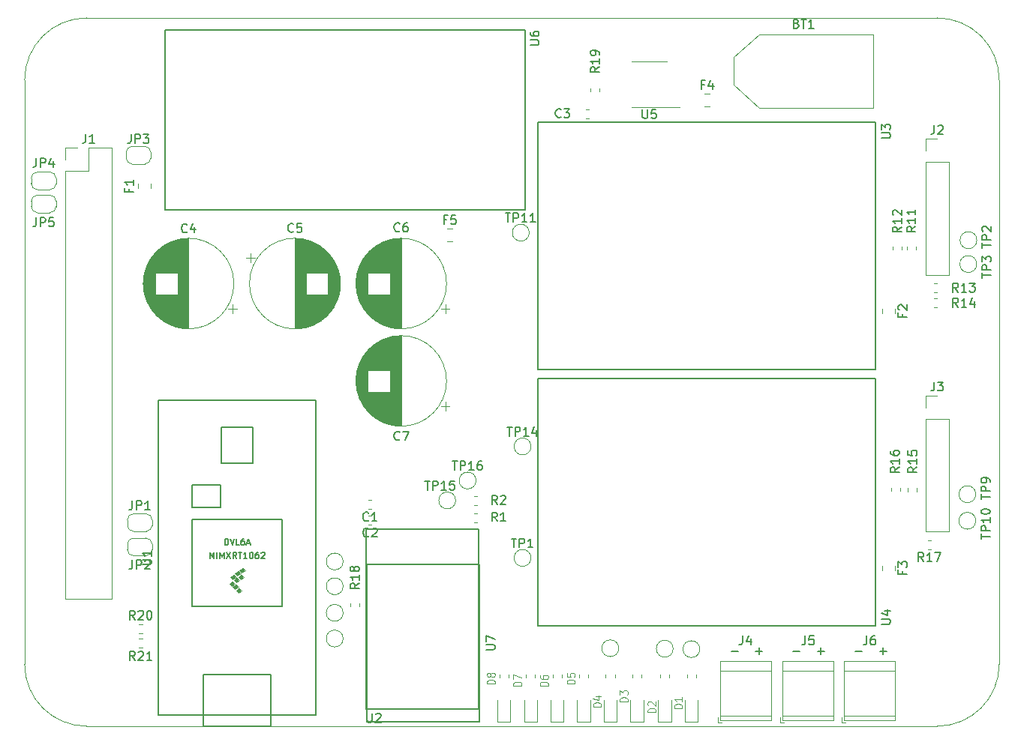
<source format=gbr>
G04 #@! TF.GenerationSoftware,KiCad,Pcbnew,5.1.5*
G04 #@! TF.CreationDate,2019-12-18T01:25:21-06:00*
G04 #@! TF.ProjectId,TurtlebotController,54757274-6c65-4626-9f74-436f6e74726f,rev?*
G04 #@! TF.SameCoordinates,Original*
G04 #@! TF.FileFunction,Legend,Top*
G04 #@! TF.FilePolarity,Positive*
%FSLAX46Y46*%
G04 Gerber Fmt 4.6, Leading zero omitted, Abs format (unit mm)*
G04 Created by KiCad (PCBNEW 5.1.5) date 2019-12-18 01:25:21*
%MOMM*%
%LPD*%
G04 APERTURE LIST*
%ADD10C,0.150000*%
%ADD11C,0.050000*%
%ADD12C,0.120000*%
%ADD13C,0.100000*%
G04 APERTURE END LIST*
D10*
X165238095Y-109928571D02*
X166000000Y-109928571D01*
X168000000Y-109928571D02*
X168761904Y-109928571D01*
X168380952Y-109547619D02*
X168380952Y-110309523D01*
X158238095Y-109928571D02*
X159000000Y-109928571D01*
X161000000Y-109928571D02*
X161761904Y-109928571D01*
X161380952Y-109547619D02*
X161380952Y-110309523D01*
X151238095Y-109928571D02*
X152000000Y-109928571D01*
X154000000Y-109928571D02*
X154761904Y-109928571D01*
X154380952Y-109547619D02*
X154380952Y-110309523D01*
D11*
X174500000Y-118400000D02*
X78500000Y-118400000D01*
X181500000Y-45400000D02*
X181500000Y-111400000D01*
X78500000Y-38400000D02*
X174500000Y-38400000D01*
X71500000Y-111400000D02*
X71500000Y-45400000D01*
X181500000Y-111400000D02*
G75*
G02X174500000Y-118400000I-7000000J0D01*
G01*
X174500000Y-38400000D02*
G75*
G02X181500000Y-45400000I0J-7000000D01*
G01*
X78500000Y-118400000D02*
G75*
G02X71500000Y-111400000I0J7000000D01*
G01*
X71500000Y-45400000D02*
G75*
G02X78500000Y-38400000I7000000J0D01*
G01*
D12*
X167250000Y-40250000D02*
X154400000Y-40250000D01*
X151550000Y-42800000D02*
X151550000Y-45950000D01*
X154400000Y-48550000D02*
X167250000Y-48550000D01*
X167250000Y-48550000D02*
X167250000Y-40250000D01*
X154400000Y-40250000D02*
X151550000Y-42800000D01*
X151550000Y-45950000D02*
X154400000Y-48550000D01*
X110646267Y-92840000D02*
X110303733Y-92840000D01*
X110646267Y-93860000D02*
X110303733Y-93860000D01*
X110671267Y-95660000D02*
X110328733Y-95660000D01*
X110671267Y-94640000D02*
X110328733Y-94640000D01*
X134828733Y-48690000D02*
X135171267Y-48690000D01*
X134828733Y-49710000D02*
X135171267Y-49710000D01*
X95120000Y-68400000D02*
G75*
G03X95120000Y-68400000I-5120000J0D01*
G01*
X90000000Y-73480000D02*
X90000000Y-63320000D01*
X89960000Y-73480000D02*
X89960000Y-63320000D01*
X89920000Y-73480000D02*
X89920000Y-63320000D01*
X89880000Y-73479000D02*
X89880000Y-63321000D01*
X89840000Y-73478000D02*
X89840000Y-63322000D01*
X89800000Y-73477000D02*
X89800000Y-63323000D01*
X89760000Y-73475000D02*
X89760000Y-63325000D01*
X89720000Y-73473000D02*
X89720000Y-63327000D01*
X89680000Y-73470000D02*
X89680000Y-63330000D01*
X89640000Y-73468000D02*
X89640000Y-63332000D01*
X89600000Y-73465000D02*
X89600000Y-63335000D01*
X89560000Y-73462000D02*
X89560000Y-63338000D01*
X89520000Y-73458000D02*
X89520000Y-63342000D01*
X89480000Y-73454000D02*
X89480000Y-63346000D01*
X89440000Y-73450000D02*
X89440000Y-63350000D01*
X89400000Y-73445000D02*
X89400000Y-63355000D01*
X89360000Y-73440000D02*
X89360000Y-63360000D01*
X89320000Y-73435000D02*
X89320000Y-63365000D01*
X89279000Y-73430000D02*
X89279000Y-63370000D01*
X89239000Y-73424000D02*
X89239000Y-63376000D01*
X89199000Y-73418000D02*
X89199000Y-63382000D01*
X89159000Y-73411000D02*
X89159000Y-63389000D01*
X89119000Y-73404000D02*
X89119000Y-63396000D01*
X89079000Y-73397000D02*
X89079000Y-63403000D01*
X89039000Y-73390000D02*
X89039000Y-63410000D01*
X88999000Y-73382000D02*
X88999000Y-63418000D01*
X88959000Y-73374000D02*
X88959000Y-63426000D01*
X88919000Y-73365000D02*
X88919000Y-63435000D01*
X88879000Y-73356000D02*
X88879000Y-63444000D01*
X88839000Y-73347000D02*
X88839000Y-63453000D01*
X88799000Y-73338000D02*
X88799000Y-63462000D01*
X88759000Y-73328000D02*
X88759000Y-63472000D01*
X88719000Y-73318000D02*
X88719000Y-69641000D01*
X88719000Y-67159000D02*
X88719000Y-63482000D01*
X88679000Y-73307000D02*
X88679000Y-69641000D01*
X88679000Y-67159000D02*
X88679000Y-63493000D01*
X88639000Y-73297000D02*
X88639000Y-69641000D01*
X88639000Y-67159000D02*
X88639000Y-63503000D01*
X88599000Y-73285000D02*
X88599000Y-69641000D01*
X88599000Y-67159000D02*
X88599000Y-63515000D01*
X88559000Y-73274000D02*
X88559000Y-69641000D01*
X88559000Y-67159000D02*
X88559000Y-63526000D01*
X88519000Y-73262000D02*
X88519000Y-69641000D01*
X88519000Y-67159000D02*
X88519000Y-63538000D01*
X88479000Y-73250000D02*
X88479000Y-69641000D01*
X88479000Y-67159000D02*
X88479000Y-63550000D01*
X88439000Y-73237000D02*
X88439000Y-69641000D01*
X88439000Y-67159000D02*
X88439000Y-63563000D01*
X88399000Y-73224000D02*
X88399000Y-69641000D01*
X88399000Y-67159000D02*
X88399000Y-63576000D01*
X88359000Y-73211000D02*
X88359000Y-69641000D01*
X88359000Y-67159000D02*
X88359000Y-63589000D01*
X88319000Y-73197000D02*
X88319000Y-69641000D01*
X88319000Y-67159000D02*
X88319000Y-63603000D01*
X88279000Y-73183000D02*
X88279000Y-69641000D01*
X88279000Y-67159000D02*
X88279000Y-63617000D01*
X88239000Y-73168000D02*
X88239000Y-69641000D01*
X88239000Y-67159000D02*
X88239000Y-63632000D01*
X88199000Y-73154000D02*
X88199000Y-69641000D01*
X88199000Y-67159000D02*
X88199000Y-63646000D01*
X88159000Y-73138000D02*
X88159000Y-69641000D01*
X88159000Y-67159000D02*
X88159000Y-63662000D01*
X88119000Y-73123000D02*
X88119000Y-69641000D01*
X88119000Y-67159000D02*
X88119000Y-63677000D01*
X88079000Y-73107000D02*
X88079000Y-69641000D01*
X88079000Y-67159000D02*
X88079000Y-63693000D01*
X88039000Y-73090000D02*
X88039000Y-69641000D01*
X88039000Y-67159000D02*
X88039000Y-63710000D01*
X87999000Y-73074000D02*
X87999000Y-69641000D01*
X87999000Y-67159000D02*
X87999000Y-63726000D01*
X87959000Y-73057000D02*
X87959000Y-69641000D01*
X87959000Y-67159000D02*
X87959000Y-63743000D01*
X87919000Y-73039000D02*
X87919000Y-69641000D01*
X87919000Y-67159000D02*
X87919000Y-63761000D01*
X87879000Y-73021000D02*
X87879000Y-69641000D01*
X87879000Y-67159000D02*
X87879000Y-63779000D01*
X87839000Y-73003000D02*
X87839000Y-69641000D01*
X87839000Y-67159000D02*
X87839000Y-63797000D01*
X87799000Y-72984000D02*
X87799000Y-69641000D01*
X87799000Y-67159000D02*
X87799000Y-63816000D01*
X87759000Y-72964000D02*
X87759000Y-69641000D01*
X87759000Y-67159000D02*
X87759000Y-63836000D01*
X87719000Y-72945000D02*
X87719000Y-69641000D01*
X87719000Y-67159000D02*
X87719000Y-63855000D01*
X87679000Y-72925000D02*
X87679000Y-69641000D01*
X87679000Y-67159000D02*
X87679000Y-63875000D01*
X87639000Y-72904000D02*
X87639000Y-69641000D01*
X87639000Y-67159000D02*
X87639000Y-63896000D01*
X87599000Y-72883000D02*
X87599000Y-69641000D01*
X87599000Y-67159000D02*
X87599000Y-63917000D01*
X87559000Y-72862000D02*
X87559000Y-69641000D01*
X87559000Y-67159000D02*
X87559000Y-63938000D01*
X87519000Y-72840000D02*
X87519000Y-69641000D01*
X87519000Y-67159000D02*
X87519000Y-63960000D01*
X87479000Y-72817000D02*
X87479000Y-69641000D01*
X87479000Y-67159000D02*
X87479000Y-63983000D01*
X87439000Y-72795000D02*
X87439000Y-69641000D01*
X87439000Y-67159000D02*
X87439000Y-64005000D01*
X87399000Y-72771000D02*
X87399000Y-69641000D01*
X87399000Y-67159000D02*
X87399000Y-64029000D01*
X87359000Y-72747000D02*
X87359000Y-69641000D01*
X87359000Y-67159000D02*
X87359000Y-64053000D01*
X87319000Y-72723000D02*
X87319000Y-69641000D01*
X87319000Y-67159000D02*
X87319000Y-64077000D01*
X87279000Y-72698000D02*
X87279000Y-69641000D01*
X87279000Y-67159000D02*
X87279000Y-64102000D01*
X87239000Y-72673000D02*
X87239000Y-69641000D01*
X87239000Y-67159000D02*
X87239000Y-64127000D01*
X87199000Y-72647000D02*
X87199000Y-69641000D01*
X87199000Y-67159000D02*
X87199000Y-64153000D01*
X87159000Y-72621000D02*
X87159000Y-69641000D01*
X87159000Y-67159000D02*
X87159000Y-64179000D01*
X87119000Y-72594000D02*
X87119000Y-69641000D01*
X87119000Y-67159000D02*
X87119000Y-64206000D01*
X87079000Y-72566000D02*
X87079000Y-69641000D01*
X87079000Y-67159000D02*
X87079000Y-64234000D01*
X87039000Y-72538000D02*
X87039000Y-69641000D01*
X87039000Y-67159000D02*
X87039000Y-64262000D01*
X86999000Y-72510000D02*
X86999000Y-69641000D01*
X86999000Y-67159000D02*
X86999000Y-64290000D01*
X86959000Y-72480000D02*
X86959000Y-69641000D01*
X86959000Y-67159000D02*
X86959000Y-64320000D01*
X86919000Y-72450000D02*
X86919000Y-69641000D01*
X86919000Y-67159000D02*
X86919000Y-64350000D01*
X86879000Y-72420000D02*
X86879000Y-69641000D01*
X86879000Y-67159000D02*
X86879000Y-64380000D01*
X86839000Y-72389000D02*
X86839000Y-69641000D01*
X86839000Y-67159000D02*
X86839000Y-64411000D01*
X86799000Y-72357000D02*
X86799000Y-69641000D01*
X86799000Y-67159000D02*
X86799000Y-64443000D01*
X86759000Y-72325000D02*
X86759000Y-69641000D01*
X86759000Y-67159000D02*
X86759000Y-64475000D01*
X86719000Y-72292000D02*
X86719000Y-69641000D01*
X86719000Y-67159000D02*
X86719000Y-64508000D01*
X86679000Y-72258000D02*
X86679000Y-69641000D01*
X86679000Y-67159000D02*
X86679000Y-64542000D01*
X86639000Y-72224000D02*
X86639000Y-69641000D01*
X86639000Y-67159000D02*
X86639000Y-64576000D01*
X86599000Y-72189000D02*
X86599000Y-69641000D01*
X86599000Y-67159000D02*
X86599000Y-64611000D01*
X86559000Y-72153000D02*
X86559000Y-69641000D01*
X86559000Y-67159000D02*
X86559000Y-64647000D01*
X86519000Y-72116000D02*
X86519000Y-69641000D01*
X86519000Y-67159000D02*
X86519000Y-64684000D01*
X86479000Y-72079000D02*
X86479000Y-69641000D01*
X86479000Y-67159000D02*
X86479000Y-64721000D01*
X86439000Y-72040000D02*
X86439000Y-69641000D01*
X86439000Y-67159000D02*
X86439000Y-64760000D01*
X86399000Y-72001000D02*
X86399000Y-69641000D01*
X86399000Y-67159000D02*
X86399000Y-64799000D01*
X86359000Y-71961000D02*
X86359000Y-69641000D01*
X86359000Y-67159000D02*
X86359000Y-64839000D01*
X86319000Y-71920000D02*
X86319000Y-69641000D01*
X86319000Y-67159000D02*
X86319000Y-64880000D01*
X86279000Y-71878000D02*
X86279000Y-69641000D01*
X86279000Y-67159000D02*
X86279000Y-64922000D01*
X86239000Y-71836000D02*
X86239000Y-64964000D01*
X86199000Y-71792000D02*
X86199000Y-65008000D01*
X86159000Y-71747000D02*
X86159000Y-65053000D01*
X86119000Y-71701000D02*
X86119000Y-65099000D01*
X86079000Y-71654000D02*
X86079000Y-65146000D01*
X86039000Y-71606000D02*
X86039000Y-65194000D01*
X85999000Y-71556000D02*
X85999000Y-65244000D01*
X85959000Y-71506000D02*
X85959000Y-65294000D01*
X85919000Y-71454000D02*
X85919000Y-65346000D01*
X85879000Y-71400000D02*
X85879000Y-65400000D01*
X85839000Y-71345000D02*
X85839000Y-65455000D01*
X85799000Y-71289000D02*
X85799000Y-65511000D01*
X85759000Y-71230000D02*
X85759000Y-65570000D01*
X85719000Y-71170000D02*
X85719000Y-65630000D01*
X85679000Y-71109000D02*
X85679000Y-65691000D01*
X85639000Y-71045000D02*
X85639000Y-65755000D01*
X85599000Y-70979000D02*
X85599000Y-65821000D01*
X85559000Y-70910000D02*
X85559000Y-65890000D01*
X85519000Y-70839000D02*
X85519000Y-65961000D01*
X85479000Y-70765000D02*
X85479000Y-66035000D01*
X85439000Y-70689000D02*
X85439000Y-66111000D01*
X85399000Y-70609000D02*
X85399000Y-66191000D01*
X85359000Y-70525000D02*
X85359000Y-66275000D01*
X85319000Y-70437000D02*
X85319000Y-66363000D01*
X85279000Y-70344000D02*
X85279000Y-66456000D01*
X85239000Y-70246000D02*
X85239000Y-66554000D01*
X85199000Y-70142000D02*
X85199000Y-66658000D01*
X85159000Y-70030000D02*
X85159000Y-66770000D01*
X85119000Y-69910000D02*
X85119000Y-66890000D01*
X85079000Y-69778000D02*
X85079000Y-67022000D01*
X85039000Y-69630000D02*
X85039000Y-67170000D01*
X84999000Y-69462000D02*
X84999000Y-67338000D01*
X84959000Y-69262000D02*
X84959000Y-67538000D01*
X84919000Y-68999000D02*
X84919000Y-67801000D01*
X95479646Y-71275000D02*
X94479646Y-71275000D01*
X94979646Y-71775000D02*
X94979646Y-70775000D01*
X97020354Y-65025000D02*
X97020354Y-66025000D01*
X96520354Y-65525000D02*
X97520354Y-65525000D01*
X107081000Y-67801000D02*
X107081000Y-68999000D01*
X107041000Y-67538000D02*
X107041000Y-69262000D01*
X107001000Y-67338000D02*
X107001000Y-69462000D01*
X106961000Y-67170000D02*
X106961000Y-69630000D01*
X106921000Y-67022000D02*
X106921000Y-69778000D01*
X106881000Y-66890000D02*
X106881000Y-69910000D01*
X106841000Y-66770000D02*
X106841000Y-70030000D01*
X106801000Y-66658000D02*
X106801000Y-70142000D01*
X106761000Y-66554000D02*
X106761000Y-70246000D01*
X106721000Y-66456000D02*
X106721000Y-70344000D01*
X106681000Y-66363000D02*
X106681000Y-70437000D01*
X106641000Y-66275000D02*
X106641000Y-70525000D01*
X106601000Y-66191000D02*
X106601000Y-70609000D01*
X106561000Y-66111000D02*
X106561000Y-70689000D01*
X106521000Y-66035000D02*
X106521000Y-70765000D01*
X106481000Y-65961000D02*
X106481000Y-70839000D01*
X106441000Y-65890000D02*
X106441000Y-70910000D01*
X106401000Y-65821000D02*
X106401000Y-70979000D01*
X106361000Y-65755000D02*
X106361000Y-71045000D01*
X106321000Y-65691000D02*
X106321000Y-71109000D01*
X106281000Y-65630000D02*
X106281000Y-71170000D01*
X106241000Y-65570000D02*
X106241000Y-71230000D01*
X106201000Y-65511000D02*
X106201000Y-71289000D01*
X106161000Y-65455000D02*
X106161000Y-71345000D01*
X106121000Y-65400000D02*
X106121000Y-71400000D01*
X106081000Y-65346000D02*
X106081000Y-71454000D01*
X106041000Y-65294000D02*
X106041000Y-71506000D01*
X106001000Y-65244000D02*
X106001000Y-71556000D01*
X105961000Y-65194000D02*
X105961000Y-71606000D01*
X105921000Y-65146000D02*
X105921000Y-71654000D01*
X105881000Y-65099000D02*
X105881000Y-71701000D01*
X105841000Y-65053000D02*
X105841000Y-71747000D01*
X105801000Y-65008000D02*
X105801000Y-71792000D01*
X105761000Y-64964000D02*
X105761000Y-71836000D01*
X105721000Y-69641000D02*
X105721000Y-71878000D01*
X105721000Y-64922000D02*
X105721000Y-67159000D01*
X105681000Y-69641000D02*
X105681000Y-71920000D01*
X105681000Y-64880000D02*
X105681000Y-67159000D01*
X105641000Y-69641000D02*
X105641000Y-71961000D01*
X105641000Y-64839000D02*
X105641000Y-67159000D01*
X105601000Y-69641000D02*
X105601000Y-72001000D01*
X105601000Y-64799000D02*
X105601000Y-67159000D01*
X105561000Y-69641000D02*
X105561000Y-72040000D01*
X105561000Y-64760000D02*
X105561000Y-67159000D01*
X105521000Y-69641000D02*
X105521000Y-72079000D01*
X105521000Y-64721000D02*
X105521000Y-67159000D01*
X105481000Y-69641000D02*
X105481000Y-72116000D01*
X105481000Y-64684000D02*
X105481000Y-67159000D01*
X105441000Y-69641000D02*
X105441000Y-72153000D01*
X105441000Y-64647000D02*
X105441000Y-67159000D01*
X105401000Y-69641000D02*
X105401000Y-72189000D01*
X105401000Y-64611000D02*
X105401000Y-67159000D01*
X105361000Y-69641000D02*
X105361000Y-72224000D01*
X105361000Y-64576000D02*
X105361000Y-67159000D01*
X105321000Y-69641000D02*
X105321000Y-72258000D01*
X105321000Y-64542000D02*
X105321000Y-67159000D01*
X105281000Y-69641000D02*
X105281000Y-72292000D01*
X105281000Y-64508000D02*
X105281000Y-67159000D01*
X105241000Y-69641000D02*
X105241000Y-72325000D01*
X105241000Y-64475000D02*
X105241000Y-67159000D01*
X105201000Y-69641000D02*
X105201000Y-72357000D01*
X105201000Y-64443000D02*
X105201000Y-67159000D01*
X105161000Y-69641000D02*
X105161000Y-72389000D01*
X105161000Y-64411000D02*
X105161000Y-67159000D01*
X105121000Y-69641000D02*
X105121000Y-72420000D01*
X105121000Y-64380000D02*
X105121000Y-67159000D01*
X105081000Y-69641000D02*
X105081000Y-72450000D01*
X105081000Y-64350000D02*
X105081000Y-67159000D01*
X105041000Y-69641000D02*
X105041000Y-72480000D01*
X105041000Y-64320000D02*
X105041000Y-67159000D01*
X105001000Y-69641000D02*
X105001000Y-72510000D01*
X105001000Y-64290000D02*
X105001000Y-67159000D01*
X104961000Y-69641000D02*
X104961000Y-72538000D01*
X104961000Y-64262000D02*
X104961000Y-67159000D01*
X104921000Y-69641000D02*
X104921000Y-72566000D01*
X104921000Y-64234000D02*
X104921000Y-67159000D01*
X104881000Y-69641000D02*
X104881000Y-72594000D01*
X104881000Y-64206000D02*
X104881000Y-67159000D01*
X104841000Y-69641000D02*
X104841000Y-72621000D01*
X104841000Y-64179000D02*
X104841000Y-67159000D01*
X104801000Y-69641000D02*
X104801000Y-72647000D01*
X104801000Y-64153000D02*
X104801000Y-67159000D01*
X104761000Y-69641000D02*
X104761000Y-72673000D01*
X104761000Y-64127000D02*
X104761000Y-67159000D01*
X104721000Y-69641000D02*
X104721000Y-72698000D01*
X104721000Y-64102000D02*
X104721000Y-67159000D01*
X104681000Y-69641000D02*
X104681000Y-72723000D01*
X104681000Y-64077000D02*
X104681000Y-67159000D01*
X104641000Y-69641000D02*
X104641000Y-72747000D01*
X104641000Y-64053000D02*
X104641000Y-67159000D01*
X104601000Y-69641000D02*
X104601000Y-72771000D01*
X104601000Y-64029000D02*
X104601000Y-67159000D01*
X104561000Y-69641000D02*
X104561000Y-72795000D01*
X104561000Y-64005000D02*
X104561000Y-67159000D01*
X104521000Y-69641000D02*
X104521000Y-72817000D01*
X104521000Y-63983000D02*
X104521000Y-67159000D01*
X104481000Y-69641000D02*
X104481000Y-72840000D01*
X104481000Y-63960000D02*
X104481000Y-67159000D01*
X104441000Y-69641000D02*
X104441000Y-72862000D01*
X104441000Y-63938000D02*
X104441000Y-67159000D01*
X104401000Y-69641000D02*
X104401000Y-72883000D01*
X104401000Y-63917000D02*
X104401000Y-67159000D01*
X104361000Y-69641000D02*
X104361000Y-72904000D01*
X104361000Y-63896000D02*
X104361000Y-67159000D01*
X104321000Y-69641000D02*
X104321000Y-72925000D01*
X104321000Y-63875000D02*
X104321000Y-67159000D01*
X104281000Y-69641000D02*
X104281000Y-72945000D01*
X104281000Y-63855000D02*
X104281000Y-67159000D01*
X104241000Y-69641000D02*
X104241000Y-72964000D01*
X104241000Y-63836000D02*
X104241000Y-67159000D01*
X104201000Y-69641000D02*
X104201000Y-72984000D01*
X104201000Y-63816000D02*
X104201000Y-67159000D01*
X104161000Y-69641000D02*
X104161000Y-73003000D01*
X104161000Y-63797000D02*
X104161000Y-67159000D01*
X104121000Y-69641000D02*
X104121000Y-73021000D01*
X104121000Y-63779000D02*
X104121000Y-67159000D01*
X104081000Y-69641000D02*
X104081000Y-73039000D01*
X104081000Y-63761000D02*
X104081000Y-67159000D01*
X104041000Y-69641000D02*
X104041000Y-73057000D01*
X104041000Y-63743000D02*
X104041000Y-67159000D01*
X104001000Y-69641000D02*
X104001000Y-73074000D01*
X104001000Y-63726000D02*
X104001000Y-67159000D01*
X103961000Y-69641000D02*
X103961000Y-73090000D01*
X103961000Y-63710000D02*
X103961000Y-67159000D01*
X103921000Y-69641000D02*
X103921000Y-73107000D01*
X103921000Y-63693000D02*
X103921000Y-67159000D01*
X103881000Y-69641000D02*
X103881000Y-73123000D01*
X103881000Y-63677000D02*
X103881000Y-67159000D01*
X103841000Y-69641000D02*
X103841000Y-73138000D01*
X103841000Y-63662000D02*
X103841000Y-67159000D01*
X103801000Y-69641000D02*
X103801000Y-73154000D01*
X103801000Y-63646000D02*
X103801000Y-67159000D01*
X103761000Y-69641000D02*
X103761000Y-73168000D01*
X103761000Y-63632000D02*
X103761000Y-67159000D01*
X103721000Y-69641000D02*
X103721000Y-73183000D01*
X103721000Y-63617000D02*
X103721000Y-67159000D01*
X103681000Y-69641000D02*
X103681000Y-73197000D01*
X103681000Y-63603000D02*
X103681000Y-67159000D01*
X103641000Y-69641000D02*
X103641000Y-73211000D01*
X103641000Y-63589000D02*
X103641000Y-67159000D01*
X103601000Y-69641000D02*
X103601000Y-73224000D01*
X103601000Y-63576000D02*
X103601000Y-67159000D01*
X103561000Y-69641000D02*
X103561000Y-73237000D01*
X103561000Y-63563000D02*
X103561000Y-67159000D01*
X103521000Y-69641000D02*
X103521000Y-73250000D01*
X103521000Y-63550000D02*
X103521000Y-67159000D01*
X103481000Y-69641000D02*
X103481000Y-73262000D01*
X103481000Y-63538000D02*
X103481000Y-67159000D01*
X103441000Y-69641000D02*
X103441000Y-73274000D01*
X103441000Y-63526000D02*
X103441000Y-67159000D01*
X103401000Y-69641000D02*
X103401000Y-73285000D01*
X103401000Y-63515000D02*
X103401000Y-67159000D01*
X103361000Y-69641000D02*
X103361000Y-73297000D01*
X103361000Y-63503000D02*
X103361000Y-67159000D01*
X103321000Y-69641000D02*
X103321000Y-73307000D01*
X103321000Y-63493000D02*
X103321000Y-67159000D01*
X103281000Y-69641000D02*
X103281000Y-73318000D01*
X103281000Y-63482000D02*
X103281000Y-67159000D01*
X103241000Y-63472000D02*
X103241000Y-73328000D01*
X103201000Y-63462000D02*
X103201000Y-73338000D01*
X103161000Y-63453000D02*
X103161000Y-73347000D01*
X103121000Y-63444000D02*
X103121000Y-73356000D01*
X103081000Y-63435000D02*
X103081000Y-73365000D01*
X103041000Y-63426000D02*
X103041000Y-73374000D01*
X103001000Y-63418000D02*
X103001000Y-73382000D01*
X102961000Y-63410000D02*
X102961000Y-73390000D01*
X102921000Y-63403000D02*
X102921000Y-73397000D01*
X102881000Y-63396000D02*
X102881000Y-73404000D01*
X102841000Y-63389000D02*
X102841000Y-73411000D01*
X102801000Y-63382000D02*
X102801000Y-73418000D01*
X102761000Y-63376000D02*
X102761000Y-73424000D01*
X102721000Y-63370000D02*
X102721000Y-73430000D01*
X102680000Y-63365000D02*
X102680000Y-73435000D01*
X102640000Y-63360000D02*
X102640000Y-73440000D01*
X102600000Y-63355000D02*
X102600000Y-73445000D01*
X102560000Y-63350000D02*
X102560000Y-73450000D01*
X102520000Y-63346000D02*
X102520000Y-73454000D01*
X102480000Y-63342000D02*
X102480000Y-73458000D01*
X102440000Y-63338000D02*
X102440000Y-73462000D01*
X102400000Y-63335000D02*
X102400000Y-73465000D01*
X102360000Y-63332000D02*
X102360000Y-73468000D01*
X102320000Y-63330000D02*
X102320000Y-73470000D01*
X102280000Y-63327000D02*
X102280000Y-73473000D01*
X102240000Y-63325000D02*
X102240000Y-73475000D01*
X102200000Y-63323000D02*
X102200000Y-73477000D01*
X102160000Y-63322000D02*
X102160000Y-73478000D01*
X102120000Y-63321000D02*
X102120000Y-73479000D01*
X102080000Y-63320000D02*
X102080000Y-73480000D01*
X102040000Y-63320000D02*
X102040000Y-73480000D01*
X102000000Y-63320000D02*
X102000000Y-73480000D01*
X107120000Y-68400000D02*
G75*
G03X107120000Y-68400000I-5120000J0D01*
G01*
X119120000Y-68400000D02*
G75*
G03X119120000Y-68400000I-5120000J0D01*
G01*
X114000000Y-73480000D02*
X114000000Y-63320000D01*
X113960000Y-73480000D02*
X113960000Y-63320000D01*
X113920000Y-73480000D02*
X113920000Y-63320000D01*
X113880000Y-73479000D02*
X113880000Y-63321000D01*
X113840000Y-73478000D02*
X113840000Y-63322000D01*
X113800000Y-73477000D02*
X113800000Y-63323000D01*
X113760000Y-73475000D02*
X113760000Y-63325000D01*
X113720000Y-73473000D02*
X113720000Y-63327000D01*
X113680000Y-73470000D02*
X113680000Y-63330000D01*
X113640000Y-73468000D02*
X113640000Y-63332000D01*
X113600000Y-73465000D02*
X113600000Y-63335000D01*
X113560000Y-73462000D02*
X113560000Y-63338000D01*
X113520000Y-73458000D02*
X113520000Y-63342000D01*
X113480000Y-73454000D02*
X113480000Y-63346000D01*
X113440000Y-73450000D02*
X113440000Y-63350000D01*
X113400000Y-73445000D02*
X113400000Y-63355000D01*
X113360000Y-73440000D02*
X113360000Y-63360000D01*
X113320000Y-73435000D02*
X113320000Y-63365000D01*
X113279000Y-73430000D02*
X113279000Y-63370000D01*
X113239000Y-73424000D02*
X113239000Y-63376000D01*
X113199000Y-73418000D02*
X113199000Y-63382000D01*
X113159000Y-73411000D02*
X113159000Y-63389000D01*
X113119000Y-73404000D02*
X113119000Y-63396000D01*
X113079000Y-73397000D02*
X113079000Y-63403000D01*
X113039000Y-73390000D02*
X113039000Y-63410000D01*
X112999000Y-73382000D02*
X112999000Y-63418000D01*
X112959000Y-73374000D02*
X112959000Y-63426000D01*
X112919000Y-73365000D02*
X112919000Y-63435000D01*
X112879000Y-73356000D02*
X112879000Y-63444000D01*
X112839000Y-73347000D02*
X112839000Y-63453000D01*
X112799000Y-73338000D02*
X112799000Y-63462000D01*
X112759000Y-73328000D02*
X112759000Y-63472000D01*
X112719000Y-73318000D02*
X112719000Y-69641000D01*
X112719000Y-67159000D02*
X112719000Y-63482000D01*
X112679000Y-73307000D02*
X112679000Y-69641000D01*
X112679000Y-67159000D02*
X112679000Y-63493000D01*
X112639000Y-73297000D02*
X112639000Y-69641000D01*
X112639000Y-67159000D02*
X112639000Y-63503000D01*
X112599000Y-73285000D02*
X112599000Y-69641000D01*
X112599000Y-67159000D02*
X112599000Y-63515000D01*
X112559000Y-73274000D02*
X112559000Y-69641000D01*
X112559000Y-67159000D02*
X112559000Y-63526000D01*
X112519000Y-73262000D02*
X112519000Y-69641000D01*
X112519000Y-67159000D02*
X112519000Y-63538000D01*
X112479000Y-73250000D02*
X112479000Y-69641000D01*
X112479000Y-67159000D02*
X112479000Y-63550000D01*
X112439000Y-73237000D02*
X112439000Y-69641000D01*
X112439000Y-67159000D02*
X112439000Y-63563000D01*
X112399000Y-73224000D02*
X112399000Y-69641000D01*
X112399000Y-67159000D02*
X112399000Y-63576000D01*
X112359000Y-73211000D02*
X112359000Y-69641000D01*
X112359000Y-67159000D02*
X112359000Y-63589000D01*
X112319000Y-73197000D02*
X112319000Y-69641000D01*
X112319000Y-67159000D02*
X112319000Y-63603000D01*
X112279000Y-73183000D02*
X112279000Y-69641000D01*
X112279000Y-67159000D02*
X112279000Y-63617000D01*
X112239000Y-73168000D02*
X112239000Y-69641000D01*
X112239000Y-67159000D02*
X112239000Y-63632000D01*
X112199000Y-73154000D02*
X112199000Y-69641000D01*
X112199000Y-67159000D02*
X112199000Y-63646000D01*
X112159000Y-73138000D02*
X112159000Y-69641000D01*
X112159000Y-67159000D02*
X112159000Y-63662000D01*
X112119000Y-73123000D02*
X112119000Y-69641000D01*
X112119000Y-67159000D02*
X112119000Y-63677000D01*
X112079000Y-73107000D02*
X112079000Y-69641000D01*
X112079000Y-67159000D02*
X112079000Y-63693000D01*
X112039000Y-73090000D02*
X112039000Y-69641000D01*
X112039000Y-67159000D02*
X112039000Y-63710000D01*
X111999000Y-73074000D02*
X111999000Y-69641000D01*
X111999000Y-67159000D02*
X111999000Y-63726000D01*
X111959000Y-73057000D02*
X111959000Y-69641000D01*
X111959000Y-67159000D02*
X111959000Y-63743000D01*
X111919000Y-73039000D02*
X111919000Y-69641000D01*
X111919000Y-67159000D02*
X111919000Y-63761000D01*
X111879000Y-73021000D02*
X111879000Y-69641000D01*
X111879000Y-67159000D02*
X111879000Y-63779000D01*
X111839000Y-73003000D02*
X111839000Y-69641000D01*
X111839000Y-67159000D02*
X111839000Y-63797000D01*
X111799000Y-72984000D02*
X111799000Y-69641000D01*
X111799000Y-67159000D02*
X111799000Y-63816000D01*
X111759000Y-72964000D02*
X111759000Y-69641000D01*
X111759000Y-67159000D02*
X111759000Y-63836000D01*
X111719000Y-72945000D02*
X111719000Y-69641000D01*
X111719000Y-67159000D02*
X111719000Y-63855000D01*
X111679000Y-72925000D02*
X111679000Y-69641000D01*
X111679000Y-67159000D02*
X111679000Y-63875000D01*
X111639000Y-72904000D02*
X111639000Y-69641000D01*
X111639000Y-67159000D02*
X111639000Y-63896000D01*
X111599000Y-72883000D02*
X111599000Y-69641000D01*
X111599000Y-67159000D02*
X111599000Y-63917000D01*
X111559000Y-72862000D02*
X111559000Y-69641000D01*
X111559000Y-67159000D02*
X111559000Y-63938000D01*
X111519000Y-72840000D02*
X111519000Y-69641000D01*
X111519000Y-67159000D02*
X111519000Y-63960000D01*
X111479000Y-72817000D02*
X111479000Y-69641000D01*
X111479000Y-67159000D02*
X111479000Y-63983000D01*
X111439000Y-72795000D02*
X111439000Y-69641000D01*
X111439000Y-67159000D02*
X111439000Y-64005000D01*
X111399000Y-72771000D02*
X111399000Y-69641000D01*
X111399000Y-67159000D02*
X111399000Y-64029000D01*
X111359000Y-72747000D02*
X111359000Y-69641000D01*
X111359000Y-67159000D02*
X111359000Y-64053000D01*
X111319000Y-72723000D02*
X111319000Y-69641000D01*
X111319000Y-67159000D02*
X111319000Y-64077000D01*
X111279000Y-72698000D02*
X111279000Y-69641000D01*
X111279000Y-67159000D02*
X111279000Y-64102000D01*
X111239000Y-72673000D02*
X111239000Y-69641000D01*
X111239000Y-67159000D02*
X111239000Y-64127000D01*
X111199000Y-72647000D02*
X111199000Y-69641000D01*
X111199000Y-67159000D02*
X111199000Y-64153000D01*
X111159000Y-72621000D02*
X111159000Y-69641000D01*
X111159000Y-67159000D02*
X111159000Y-64179000D01*
X111119000Y-72594000D02*
X111119000Y-69641000D01*
X111119000Y-67159000D02*
X111119000Y-64206000D01*
X111079000Y-72566000D02*
X111079000Y-69641000D01*
X111079000Y-67159000D02*
X111079000Y-64234000D01*
X111039000Y-72538000D02*
X111039000Y-69641000D01*
X111039000Y-67159000D02*
X111039000Y-64262000D01*
X110999000Y-72510000D02*
X110999000Y-69641000D01*
X110999000Y-67159000D02*
X110999000Y-64290000D01*
X110959000Y-72480000D02*
X110959000Y-69641000D01*
X110959000Y-67159000D02*
X110959000Y-64320000D01*
X110919000Y-72450000D02*
X110919000Y-69641000D01*
X110919000Y-67159000D02*
X110919000Y-64350000D01*
X110879000Y-72420000D02*
X110879000Y-69641000D01*
X110879000Y-67159000D02*
X110879000Y-64380000D01*
X110839000Y-72389000D02*
X110839000Y-69641000D01*
X110839000Y-67159000D02*
X110839000Y-64411000D01*
X110799000Y-72357000D02*
X110799000Y-69641000D01*
X110799000Y-67159000D02*
X110799000Y-64443000D01*
X110759000Y-72325000D02*
X110759000Y-69641000D01*
X110759000Y-67159000D02*
X110759000Y-64475000D01*
X110719000Y-72292000D02*
X110719000Y-69641000D01*
X110719000Y-67159000D02*
X110719000Y-64508000D01*
X110679000Y-72258000D02*
X110679000Y-69641000D01*
X110679000Y-67159000D02*
X110679000Y-64542000D01*
X110639000Y-72224000D02*
X110639000Y-69641000D01*
X110639000Y-67159000D02*
X110639000Y-64576000D01*
X110599000Y-72189000D02*
X110599000Y-69641000D01*
X110599000Y-67159000D02*
X110599000Y-64611000D01*
X110559000Y-72153000D02*
X110559000Y-69641000D01*
X110559000Y-67159000D02*
X110559000Y-64647000D01*
X110519000Y-72116000D02*
X110519000Y-69641000D01*
X110519000Y-67159000D02*
X110519000Y-64684000D01*
X110479000Y-72079000D02*
X110479000Y-69641000D01*
X110479000Y-67159000D02*
X110479000Y-64721000D01*
X110439000Y-72040000D02*
X110439000Y-69641000D01*
X110439000Y-67159000D02*
X110439000Y-64760000D01*
X110399000Y-72001000D02*
X110399000Y-69641000D01*
X110399000Y-67159000D02*
X110399000Y-64799000D01*
X110359000Y-71961000D02*
X110359000Y-69641000D01*
X110359000Y-67159000D02*
X110359000Y-64839000D01*
X110319000Y-71920000D02*
X110319000Y-69641000D01*
X110319000Y-67159000D02*
X110319000Y-64880000D01*
X110279000Y-71878000D02*
X110279000Y-69641000D01*
X110279000Y-67159000D02*
X110279000Y-64922000D01*
X110239000Y-71836000D02*
X110239000Y-64964000D01*
X110199000Y-71792000D02*
X110199000Y-65008000D01*
X110159000Y-71747000D02*
X110159000Y-65053000D01*
X110119000Y-71701000D02*
X110119000Y-65099000D01*
X110079000Y-71654000D02*
X110079000Y-65146000D01*
X110039000Y-71606000D02*
X110039000Y-65194000D01*
X109999000Y-71556000D02*
X109999000Y-65244000D01*
X109959000Y-71506000D02*
X109959000Y-65294000D01*
X109919000Y-71454000D02*
X109919000Y-65346000D01*
X109879000Y-71400000D02*
X109879000Y-65400000D01*
X109839000Y-71345000D02*
X109839000Y-65455000D01*
X109799000Y-71289000D02*
X109799000Y-65511000D01*
X109759000Y-71230000D02*
X109759000Y-65570000D01*
X109719000Y-71170000D02*
X109719000Y-65630000D01*
X109679000Y-71109000D02*
X109679000Y-65691000D01*
X109639000Y-71045000D02*
X109639000Y-65755000D01*
X109599000Y-70979000D02*
X109599000Y-65821000D01*
X109559000Y-70910000D02*
X109559000Y-65890000D01*
X109519000Y-70839000D02*
X109519000Y-65961000D01*
X109479000Y-70765000D02*
X109479000Y-66035000D01*
X109439000Y-70689000D02*
X109439000Y-66111000D01*
X109399000Y-70609000D02*
X109399000Y-66191000D01*
X109359000Y-70525000D02*
X109359000Y-66275000D01*
X109319000Y-70437000D02*
X109319000Y-66363000D01*
X109279000Y-70344000D02*
X109279000Y-66456000D01*
X109239000Y-70246000D02*
X109239000Y-66554000D01*
X109199000Y-70142000D02*
X109199000Y-66658000D01*
X109159000Y-70030000D02*
X109159000Y-66770000D01*
X109119000Y-69910000D02*
X109119000Y-66890000D01*
X109079000Y-69778000D02*
X109079000Y-67022000D01*
X109039000Y-69630000D02*
X109039000Y-67170000D01*
X108999000Y-69462000D02*
X108999000Y-67338000D01*
X108959000Y-69262000D02*
X108959000Y-67538000D01*
X108919000Y-68999000D02*
X108919000Y-67801000D01*
X119479646Y-71275000D02*
X118479646Y-71275000D01*
X118979646Y-71775000D02*
X118979646Y-70775000D01*
X118979646Y-82775000D02*
X118979646Y-81775000D01*
X119479646Y-82275000D02*
X118479646Y-82275000D01*
X108919000Y-79999000D02*
X108919000Y-78801000D01*
X108959000Y-80262000D02*
X108959000Y-78538000D01*
X108999000Y-80462000D02*
X108999000Y-78338000D01*
X109039000Y-80630000D02*
X109039000Y-78170000D01*
X109079000Y-80778000D02*
X109079000Y-78022000D01*
X109119000Y-80910000D02*
X109119000Y-77890000D01*
X109159000Y-81030000D02*
X109159000Y-77770000D01*
X109199000Y-81142000D02*
X109199000Y-77658000D01*
X109239000Y-81246000D02*
X109239000Y-77554000D01*
X109279000Y-81344000D02*
X109279000Y-77456000D01*
X109319000Y-81437000D02*
X109319000Y-77363000D01*
X109359000Y-81525000D02*
X109359000Y-77275000D01*
X109399000Y-81609000D02*
X109399000Y-77191000D01*
X109439000Y-81689000D02*
X109439000Y-77111000D01*
X109479000Y-81765000D02*
X109479000Y-77035000D01*
X109519000Y-81839000D02*
X109519000Y-76961000D01*
X109559000Y-81910000D02*
X109559000Y-76890000D01*
X109599000Y-81979000D02*
X109599000Y-76821000D01*
X109639000Y-82045000D02*
X109639000Y-76755000D01*
X109679000Y-82109000D02*
X109679000Y-76691000D01*
X109719000Y-82170000D02*
X109719000Y-76630000D01*
X109759000Y-82230000D02*
X109759000Y-76570000D01*
X109799000Y-82289000D02*
X109799000Y-76511000D01*
X109839000Y-82345000D02*
X109839000Y-76455000D01*
X109879000Y-82400000D02*
X109879000Y-76400000D01*
X109919000Y-82454000D02*
X109919000Y-76346000D01*
X109959000Y-82506000D02*
X109959000Y-76294000D01*
X109999000Y-82556000D02*
X109999000Y-76244000D01*
X110039000Y-82606000D02*
X110039000Y-76194000D01*
X110079000Y-82654000D02*
X110079000Y-76146000D01*
X110119000Y-82701000D02*
X110119000Y-76099000D01*
X110159000Y-82747000D02*
X110159000Y-76053000D01*
X110199000Y-82792000D02*
X110199000Y-76008000D01*
X110239000Y-82836000D02*
X110239000Y-75964000D01*
X110279000Y-78159000D02*
X110279000Y-75922000D01*
X110279000Y-82878000D02*
X110279000Y-80641000D01*
X110319000Y-78159000D02*
X110319000Y-75880000D01*
X110319000Y-82920000D02*
X110319000Y-80641000D01*
X110359000Y-78159000D02*
X110359000Y-75839000D01*
X110359000Y-82961000D02*
X110359000Y-80641000D01*
X110399000Y-78159000D02*
X110399000Y-75799000D01*
X110399000Y-83001000D02*
X110399000Y-80641000D01*
X110439000Y-78159000D02*
X110439000Y-75760000D01*
X110439000Y-83040000D02*
X110439000Y-80641000D01*
X110479000Y-78159000D02*
X110479000Y-75721000D01*
X110479000Y-83079000D02*
X110479000Y-80641000D01*
X110519000Y-78159000D02*
X110519000Y-75684000D01*
X110519000Y-83116000D02*
X110519000Y-80641000D01*
X110559000Y-78159000D02*
X110559000Y-75647000D01*
X110559000Y-83153000D02*
X110559000Y-80641000D01*
X110599000Y-78159000D02*
X110599000Y-75611000D01*
X110599000Y-83189000D02*
X110599000Y-80641000D01*
X110639000Y-78159000D02*
X110639000Y-75576000D01*
X110639000Y-83224000D02*
X110639000Y-80641000D01*
X110679000Y-78159000D02*
X110679000Y-75542000D01*
X110679000Y-83258000D02*
X110679000Y-80641000D01*
X110719000Y-78159000D02*
X110719000Y-75508000D01*
X110719000Y-83292000D02*
X110719000Y-80641000D01*
X110759000Y-78159000D02*
X110759000Y-75475000D01*
X110759000Y-83325000D02*
X110759000Y-80641000D01*
X110799000Y-78159000D02*
X110799000Y-75443000D01*
X110799000Y-83357000D02*
X110799000Y-80641000D01*
X110839000Y-78159000D02*
X110839000Y-75411000D01*
X110839000Y-83389000D02*
X110839000Y-80641000D01*
X110879000Y-78159000D02*
X110879000Y-75380000D01*
X110879000Y-83420000D02*
X110879000Y-80641000D01*
X110919000Y-78159000D02*
X110919000Y-75350000D01*
X110919000Y-83450000D02*
X110919000Y-80641000D01*
X110959000Y-78159000D02*
X110959000Y-75320000D01*
X110959000Y-83480000D02*
X110959000Y-80641000D01*
X110999000Y-78159000D02*
X110999000Y-75290000D01*
X110999000Y-83510000D02*
X110999000Y-80641000D01*
X111039000Y-78159000D02*
X111039000Y-75262000D01*
X111039000Y-83538000D02*
X111039000Y-80641000D01*
X111079000Y-78159000D02*
X111079000Y-75234000D01*
X111079000Y-83566000D02*
X111079000Y-80641000D01*
X111119000Y-78159000D02*
X111119000Y-75206000D01*
X111119000Y-83594000D02*
X111119000Y-80641000D01*
X111159000Y-78159000D02*
X111159000Y-75179000D01*
X111159000Y-83621000D02*
X111159000Y-80641000D01*
X111199000Y-78159000D02*
X111199000Y-75153000D01*
X111199000Y-83647000D02*
X111199000Y-80641000D01*
X111239000Y-78159000D02*
X111239000Y-75127000D01*
X111239000Y-83673000D02*
X111239000Y-80641000D01*
X111279000Y-78159000D02*
X111279000Y-75102000D01*
X111279000Y-83698000D02*
X111279000Y-80641000D01*
X111319000Y-78159000D02*
X111319000Y-75077000D01*
X111319000Y-83723000D02*
X111319000Y-80641000D01*
X111359000Y-78159000D02*
X111359000Y-75053000D01*
X111359000Y-83747000D02*
X111359000Y-80641000D01*
X111399000Y-78159000D02*
X111399000Y-75029000D01*
X111399000Y-83771000D02*
X111399000Y-80641000D01*
X111439000Y-78159000D02*
X111439000Y-75005000D01*
X111439000Y-83795000D02*
X111439000Y-80641000D01*
X111479000Y-78159000D02*
X111479000Y-74983000D01*
X111479000Y-83817000D02*
X111479000Y-80641000D01*
X111519000Y-78159000D02*
X111519000Y-74960000D01*
X111519000Y-83840000D02*
X111519000Y-80641000D01*
X111559000Y-78159000D02*
X111559000Y-74938000D01*
X111559000Y-83862000D02*
X111559000Y-80641000D01*
X111599000Y-78159000D02*
X111599000Y-74917000D01*
X111599000Y-83883000D02*
X111599000Y-80641000D01*
X111639000Y-78159000D02*
X111639000Y-74896000D01*
X111639000Y-83904000D02*
X111639000Y-80641000D01*
X111679000Y-78159000D02*
X111679000Y-74875000D01*
X111679000Y-83925000D02*
X111679000Y-80641000D01*
X111719000Y-78159000D02*
X111719000Y-74855000D01*
X111719000Y-83945000D02*
X111719000Y-80641000D01*
X111759000Y-78159000D02*
X111759000Y-74836000D01*
X111759000Y-83964000D02*
X111759000Y-80641000D01*
X111799000Y-78159000D02*
X111799000Y-74816000D01*
X111799000Y-83984000D02*
X111799000Y-80641000D01*
X111839000Y-78159000D02*
X111839000Y-74797000D01*
X111839000Y-84003000D02*
X111839000Y-80641000D01*
X111879000Y-78159000D02*
X111879000Y-74779000D01*
X111879000Y-84021000D02*
X111879000Y-80641000D01*
X111919000Y-78159000D02*
X111919000Y-74761000D01*
X111919000Y-84039000D02*
X111919000Y-80641000D01*
X111959000Y-78159000D02*
X111959000Y-74743000D01*
X111959000Y-84057000D02*
X111959000Y-80641000D01*
X111999000Y-78159000D02*
X111999000Y-74726000D01*
X111999000Y-84074000D02*
X111999000Y-80641000D01*
X112039000Y-78159000D02*
X112039000Y-74710000D01*
X112039000Y-84090000D02*
X112039000Y-80641000D01*
X112079000Y-78159000D02*
X112079000Y-74693000D01*
X112079000Y-84107000D02*
X112079000Y-80641000D01*
X112119000Y-78159000D02*
X112119000Y-74677000D01*
X112119000Y-84123000D02*
X112119000Y-80641000D01*
X112159000Y-78159000D02*
X112159000Y-74662000D01*
X112159000Y-84138000D02*
X112159000Y-80641000D01*
X112199000Y-78159000D02*
X112199000Y-74646000D01*
X112199000Y-84154000D02*
X112199000Y-80641000D01*
X112239000Y-78159000D02*
X112239000Y-74632000D01*
X112239000Y-84168000D02*
X112239000Y-80641000D01*
X112279000Y-78159000D02*
X112279000Y-74617000D01*
X112279000Y-84183000D02*
X112279000Y-80641000D01*
X112319000Y-78159000D02*
X112319000Y-74603000D01*
X112319000Y-84197000D02*
X112319000Y-80641000D01*
X112359000Y-78159000D02*
X112359000Y-74589000D01*
X112359000Y-84211000D02*
X112359000Y-80641000D01*
X112399000Y-78159000D02*
X112399000Y-74576000D01*
X112399000Y-84224000D02*
X112399000Y-80641000D01*
X112439000Y-78159000D02*
X112439000Y-74563000D01*
X112439000Y-84237000D02*
X112439000Y-80641000D01*
X112479000Y-78159000D02*
X112479000Y-74550000D01*
X112479000Y-84250000D02*
X112479000Y-80641000D01*
X112519000Y-78159000D02*
X112519000Y-74538000D01*
X112519000Y-84262000D02*
X112519000Y-80641000D01*
X112559000Y-78159000D02*
X112559000Y-74526000D01*
X112559000Y-84274000D02*
X112559000Y-80641000D01*
X112599000Y-78159000D02*
X112599000Y-74515000D01*
X112599000Y-84285000D02*
X112599000Y-80641000D01*
X112639000Y-78159000D02*
X112639000Y-74503000D01*
X112639000Y-84297000D02*
X112639000Y-80641000D01*
X112679000Y-78159000D02*
X112679000Y-74493000D01*
X112679000Y-84307000D02*
X112679000Y-80641000D01*
X112719000Y-78159000D02*
X112719000Y-74482000D01*
X112719000Y-84318000D02*
X112719000Y-80641000D01*
X112759000Y-84328000D02*
X112759000Y-74472000D01*
X112799000Y-84338000D02*
X112799000Y-74462000D01*
X112839000Y-84347000D02*
X112839000Y-74453000D01*
X112879000Y-84356000D02*
X112879000Y-74444000D01*
X112919000Y-84365000D02*
X112919000Y-74435000D01*
X112959000Y-84374000D02*
X112959000Y-74426000D01*
X112999000Y-84382000D02*
X112999000Y-74418000D01*
X113039000Y-84390000D02*
X113039000Y-74410000D01*
X113079000Y-84397000D02*
X113079000Y-74403000D01*
X113119000Y-84404000D02*
X113119000Y-74396000D01*
X113159000Y-84411000D02*
X113159000Y-74389000D01*
X113199000Y-84418000D02*
X113199000Y-74382000D01*
X113239000Y-84424000D02*
X113239000Y-74376000D01*
X113279000Y-84430000D02*
X113279000Y-74370000D01*
X113320000Y-84435000D02*
X113320000Y-74365000D01*
X113360000Y-84440000D02*
X113360000Y-74360000D01*
X113400000Y-84445000D02*
X113400000Y-74355000D01*
X113440000Y-84450000D02*
X113440000Y-74350000D01*
X113480000Y-84454000D02*
X113480000Y-74346000D01*
X113520000Y-84458000D02*
X113520000Y-74342000D01*
X113560000Y-84462000D02*
X113560000Y-74338000D01*
X113600000Y-84465000D02*
X113600000Y-74335000D01*
X113640000Y-84468000D02*
X113640000Y-74332000D01*
X113680000Y-84470000D02*
X113680000Y-74330000D01*
X113720000Y-84473000D02*
X113720000Y-74327000D01*
X113760000Y-84475000D02*
X113760000Y-74325000D01*
X113800000Y-84477000D02*
X113800000Y-74323000D01*
X113840000Y-84478000D02*
X113840000Y-74322000D01*
X113880000Y-84479000D02*
X113880000Y-74321000D01*
X113920000Y-84480000D02*
X113920000Y-74320000D01*
X113960000Y-84480000D02*
X113960000Y-74320000D01*
X114000000Y-84480000D02*
X114000000Y-74320000D01*
X119120000Y-79400000D02*
G75*
G03X119120000Y-79400000I-5120000J0D01*
G01*
X147485000Y-117910000D02*
X147485000Y-115450000D01*
X146015000Y-117910000D02*
X147485000Y-117910000D01*
X146015000Y-115450000D02*
X146015000Y-117910000D01*
X143015000Y-115450000D02*
X143015000Y-117910000D01*
X143015000Y-117910000D02*
X144485000Y-117910000D01*
X144485000Y-117910000D02*
X144485000Y-115450000D01*
X139865000Y-115450000D02*
X139865000Y-117910000D01*
X139865000Y-117910000D02*
X141335000Y-117910000D01*
X141335000Y-117910000D02*
X141335000Y-115450000D01*
X136840000Y-115475000D02*
X136840000Y-117935000D01*
X136840000Y-117935000D02*
X138310000Y-117935000D01*
X138310000Y-117935000D02*
X138310000Y-115475000D01*
X135335000Y-117935000D02*
X135335000Y-115475000D01*
X133865000Y-117935000D02*
X135335000Y-117935000D01*
X133865000Y-115475000D02*
X133865000Y-117935000D01*
X132335000Y-117935000D02*
X132335000Y-115475000D01*
X130865000Y-117935000D02*
X132335000Y-117935000D01*
X130865000Y-115475000D02*
X130865000Y-117935000D01*
X129335000Y-117935000D02*
X129335000Y-115475000D01*
X127865000Y-117935000D02*
X129335000Y-117935000D01*
X127865000Y-115475000D02*
X127865000Y-117935000D01*
X124865000Y-115475000D02*
X124865000Y-117935000D01*
X124865000Y-117935000D02*
X126335000Y-117935000D01*
X126335000Y-117935000D02*
X126335000Y-115475000D01*
X84290000Y-57661252D02*
X84290000Y-57138748D01*
X85710000Y-57661252D02*
X85710000Y-57138748D01*
X169710000Y-71238748D02*
X169710000Y-71761252D01*
X168290000Y-71238748D02*
X168290000Y-71761252D01*
X169710000Y-100263748D02*
X169710000Y-100786252D01*
X168290000Y-100263748D02*
X168290000Y-100786252D01*
X148263748Y-48360000D02*
X148786252Y-48360000D01*
X148263748Y-46940000D02*
X148786252Y-46940000D01*
X119213748Y-63610000D02*
X119736252Y-63610000D01*
X119213748Y-62190000D02*
X119736252Y-62190000D01*
X76130000Y-103990000D02*
X81330000Y-103990000D01*
X76130000Y-55670000D02*
X76130000Y-103990000D01*
X81330000Y-53070000D02*
X81330000Y-103990000D01*
X76130000Y-55670000D02*
X78730000Y-55670000D01*
X78730000Y-55670000D02*
X78730000Y-53070000D01*
X78730000Y-53070000D02*
X81330000Y-53070000D01*
X76130000Y-54400000D02*
X76130000Y-53070000D01*
X76130000Y-53070000D02*
X77460000Y-53070000D01*
X173170000Y-52070000D02*
X174500000Y-52070000D01*
X173170000Y-53400000D02*
X173170000Y-52070000D01*
X173170000Y-54670000D02*
X175830000Y-54670000D01*
X175830000Y-54670000D02*
X175830000Y-67430000D01*
X173170000Y-54670000D02*
X173170000Y-67430000D01*
X173170000Y-67430000D02*
X175830000Y-67430000D01*
X173170000Y-96430000D02*
X175830000Y-96430000D01*
X173170000Y-83670000D02*
X173170000Y-96430000D01*
X175830000Y-83670000D02*
X175830000Y-96430000D01*
X173170000Y-83670000D02*
X175830000Y-83670000D01*
X173170000Y-82400000D02*
X173170000Y-81070000D01*
X173170000Y-81070000D02*
X174500000Y-81070000D01*
X149740000Y-118010000D02*
X150140000Y-118010000D01*
X149740000Y-117370000D02*
X149740000Y-118010000D01*
X155760000Y-111030000D02*
X155760000Y-117770000D01*
X149980000Y-111030000D02*
X149980000Y-117770000D01*
X149980000Y-117770000D02*
X155760000Y-117770000D01*
X149980000Y-111030000D02*
X155760000Y-111030000D01*
X149980000Y-112150000D02*
X155760000Y-112150000D01*
X149980000Y-117250000D02*
X155760000Y-117250000D01*
X157040000Y-117250000D02*
X162820000Y-117250000D01*
X157040000Y-112150000D02*
X162820000Y-112150000D01*
X157040000Y-111030000D02*
X162820000Y-111030000D01*
X157040000Y-117770000D02*
X162820000Y-117770000D01*
X157040000Y-111030000D02*
X157040000Y-117770000D01*
X162820000Y-111030000D02*
X162820000Y-117770000D01*
X156800000Y-117370000D02*
X156800000Y-118010000D01*
X156800000Y-118010000D02*
X157200000Y-118010000D01*
X163980000Y-117250000D02*
X169760000Y-117250000D01*
X163980000Y-112150000D02*
X169760000Y-112150000D01*
X163980000Y-111030000D02*
X169760000Y-111030000D01*
X163980000Y-117770000D02*
X169760000Y-117770000D01*
X163980000Y-111030000D02*
X163980000Y-117770000D01*
X169760000Y-111030000D02*
X169760000Y-117770000D01*
X163740000Y-117370000D02*
X163740000Y-118010000D01*
X163740000Y-118010000D02*
X164140000Y-118010000D01*
X85200000Y-94400000D02*
G75*
G02X85900000Y-95100000I0J-700000D01*
G01*
X85900000Y-95700000D02*
G75*
G02X85200000Y-96400000I-700000J0D01*
G01*
X83800000Y-96400000D02*
G75*
G02X83100000Y-95700000I0J700000D01*
G01*
X83100000Y-95100000D02*
G75*
G02X83800000Y-94400000I700000J0D01*
G01*
X83100000Y-95700000D02*
X83100000Y-95100000D01*
X85200000Y-96400000D02*
X83800000Y-96400000D01*
X85900000Y-95100000D02*
X85900000Y-95700000D01*
X83800000Y-94400000D02*
X85200000Y-94400000D01*
X85200000Y-97150000D02*
G75*
G02X85900000Y-97850000I0J-700000D01*
G01*
X85900000Y-98450000D02*
G75*
G02X85200000Y-99150000I-700000J0D01*
G01*
X83800000Y-99150000D02*
G75*
G02X83100000Y-98450000I0J700000D01*
G01*
X83100000Y-97850000D02*
G75*
G02X83800000Y-97150000I700000J0D01*
G01*
X83100000Y-98450000D02*
X83100000Y-97850000D01*
X85200000Y-99150000D02*
X83800000Y-99150000D01*
X85900000Y-97850000D02*
X85900000Y-98450000D01*
X83800000Y-97150000D02*
X85200000Y-97150000D01*
X83650000Y-52900000D02*
X85050000Y-52900000D01*
X85750000Y-53600000D02*
X85750000Y-54200000D01*
X85050000Y-54900000D02*
X83650000Y-54900000D01*
X82950000Y-54200000D02*
X82950000Y-53600000D01*
X82950000Y-53600000D02*
G75*
G02X83650000Y-52900000I700000J0D01*
G01*
X83650000Y-54900000D02*
G75*
G02X82950000Y-54200000I0J700000D01*
G01*
X85750000Y-54200000D02*
G75*
G02X85050000Y-54900000I-700000J0D01*
G01*
X85050000Y-52900000D02*
G75*
G02X85750000Y-53600000I0J-700000D01*
G01*
X72950000Y-57800000D02*
G75*
G02X72250000Y-57100000I0J700000D01*
G01*
X72250000Y-56500000D02*
G75*
G02X72950000Y-55800000I700000J0D01*
G01*
X74350000Y-55800000D02*
G75*
G02X75050000Y-56500000I0J-700000D01*
G01*
X75050000Y-57100000D02*
G75*
G02X74350000Y-57800000I-700000J0D01*
G01*
X75050000Y-56500000D02*
X75050000Y-57100000D01*
X72950000Y-55800000D02*
X74350000Y-55800000D01*
X72250000Y-57100000D02*
X72250000Y-56500000D01*
X74350000Y-57800000D02*
X72950000Y-57800000D01*
X74350000Y-60400000D02*
X72950000Y-60400000D01*
X72250000Y-59700000D02*
X72250000Y-59100000D01*
X72950000Y-58400000D02*
X74350000Y-58400000D01*
X75050000Y-59100000D02*
X75050000Y-59700000D01*
X75050000Y-59700000D02*
G75*
G02X74350000Y-60400000I-700000J0D01*
G01*
X74350000Y-58400000D02*
G75*
G02X75050000Y-59100000I0J-700000D01*
G01*
X72250000Y-59100000D02*
G75*
G02X72950000Y-58400000I700000J0D01*
G01*
X72950000Y-60400000D02*
G75*
G02X72250000Y-59700000I0J700000D01*
G01*
X122546267Y-94390000D02*
X122203733Y-94390000D01*
X122546267Y-95410000D02*
X122203733Y-95410000D01*
X122203733Y-92390000D02*
X122546267Y-92390000D01*
X122203733Y-93410000D02*
X122546267Y-93410000D01*
X146240000Y-112946267D02*
X146240000Y-112603733D01*
X147260000Y-112946267D02*
X147260000Y-112603733D01*
X144260000Y-112921267D02*
X144260000Y-112578733D01*
X143240000Y-112921267D02*
X143240000Y-112578733D01*
X141110000Y-112896267D02*
X141110000Y-112553733D01*
X140090000Y-112896267D02*
X140090000Y-112553733D01*
X138110000Y-112921267D02*
X138110000Y-112578733D01*
X137090000Y-112921267D02*
X137090000Y-112578733D01*
X134090000Y-112946267D02*
X134090000Y-112603733D01*
X135110000Y-112946267D02*
X135110000Y-112603733D01*
X132110000Y-112946267D02*
X132110000Y-112603733D01*
X131090000Y-112946267D02*
X131090000Y-112603733D01*
X128090000Y-112896267D02*
X128090000Y-112553733D01*
X129110000Y-112896267D02*
X129110000Y-112553733D01*
X125090000Y-112871267D02*
X125090000Y-112528733D01*
X126110000Y-112871267D02*
X126110000Y-112528733D01*
X171090000Y-64596267D02*
X171090000Y-64253733D01*
X172110000Y-64596267D02*
X172110000Y-64253733D01*
X169490000Y-64253733D02*
X169490000Y-64596267D01*
X170510000Y-64253733D02*
X170510000Y-64596267D01*
X174471267Y-69410000D02*
X174128733Y-69410000D01*
X174471267Y-68390000D02*
X174128733Y-68390000D01*
X174153733Y-71110000D02*
X174496267Y-71110000D01*
X174153733Y-70090000D02*
X174496267Y-70090000D01*
X171190000Y-91871267D02*
X171190000Y-91528733D01*
X172210000Y-91871267D02*
X172210000Y-91528733D01*
X169290000Y-91503733D02*
X169290000Y-91846267D01*
X170310000Y-91503733D02*
X170310000Y-91846267D01*
X173771267Y-98410000D02*
X173428733Y-98410000D01*
X173771267Y-97390000D02*
X173428733Y-97390000D01*
X108290000Y-104553733D02*
X108290000Y-104896267D01*
X109310000Y-104553733D02*
X109310000Y-104896267D01*
X135390000Y-46696267D02*
X135390000Y-46353733D01*
X136410000Y-46696267D02*
X136410000Y-46353733D01*
X84428733Y-109510000D02*
X84771267Y-109510000D01*
X84428733Y-108490000D02*
X84771267Y-108490000D01*
X84771267Y-107885000D02*
X84428733Y-107885000D01*
X84771267Y-106865000D02*
X84428733Y-106865000D01*
X128650000Y-99400000D02*
G75*
G03X128650000Y-99400000I-950000J0D01*
G01*
X178970000Y-63500000D02*
G75*
G03X178970000Y-63500000I-950000J0D01*
G01*
X178950000Y-66200000D02*
G75*
G03X178950000Y-66200000I-950000J0D01*
G01*
X138550000Y-109600000D02*
G75*
G03X138550000Y-109600000I-950000J0D01*
G01*
X144700000Y-109650000D02*
G75*
G03X144700000Y-109650000I-950000J0D01*
G01*
X147700000Y-109700000D02*
G75*
G03X147700000Y-109700000I-950000J0D01*
G01*
X107450000Y-102600000D02*
G75*
G03X107450000Y-102600000I-950000J0D01*
G01*
X107450000Y-99800000D02*
G75*
G03X107450000Y-99800000I-950000J0D01*
G01*
X178850000Y-92200000D02*
G75*
G03X178850000Y-92200000I-950000J0D01*
G01*
X178850000Y-95200000D02*
G75*
G03X178850000Y-95200000I-950000J0D01*
G01*
X128450000Y-62650000D02*
G75*
G03X128450000Y-62650000I-950000J0D01*
G01*
X107450000Y-108500000D02*
G75*
G03X107450000Y-108500000I-950000J0D01*
G01*
X107450000Y-105600000D02*
G75*
G03X107450000Y-105600000I-950000J0D01*
G01*
X128650000Y-86800000D02*
G75*
G03X128650000Y-86800000I-950000J0D01*
G01*
X120150000Y-92900000D02*
G75*
G03X120150000Y-92900000I-950000J0D01*
G01*
X122450000Y-90650000D02*
G75*
G03X122450000Y-90650000I-950000J0D01*
G01*
D10*
X99310000Y-117180000D02*
X99310000Y-118450000D01*
X99310000Y-118450000D02*
X91690000Y-118450000D01*
X91690000Y-118450000D02*
X91690000Y-117180000D01*
X99310000Y-112608000D02*
X91690000Y-112608000D01*
X91690000Y-112608000D02*
X91690000Y-117180000D01*
X99310000Y-112608000D02*
X99310000Y-117180000D01*
X93722000Y-84668000D02*
X97278000Y-84668000D01*
X97278000Y-84668000D02*
X97278000Y-88732000D01*
X97278000Y-88732000D02*
X93722000Y-88732000D01*
X93722000Y-88732000D02*
X93722000Y-84668000D01*
X100580000Y-95082000D02*
X90420000Y-95082000D01*
X90420000Y-104861000D02*
X100580000Y-104861000D01*
X90420000Y-95082000D02*
X90420000Y-104861000D01*
X100580000Y-95082000D02*
X100580000Y-104861000D01*
X86610000Y-117180000D02*
X86610000Y-81620000D01*
X86610000Y-81620000D02*
X104390000Y-81620000D01*
X104390000Y-81620000D02*
X104390000Y-117180000D01*
X104390000Y-117180000D02*
X86610000Y-117180000D01*
X90420000Y-93685000D02*
X90420000Y-91145000D01*
X90420000Y-91145000D02*
X93595000Y-91145000D01*
X93595000Y-91145000D02*
X93595000Y-93685000D01*
X93595000Y-93685000D02*
X90420000Y-93685000D01*
D13*
G36*
X94865000Y-102575000D02*
G01*
X94611000Y-102321000D01*
X94992000Y-102067000D01*
X95246000Y-102321000D01*
X94865000Y-102575000D01*
G37*
X94865000Y-102575000D02*
X94611000Y-102321000D01*
X94992000Y-102067000D01*
X95246000Y-102321000D01*
X94865000Y-102575000D01*
G36*
X95373000Y-102194000D02*
G01*
X95119000Y-101940000D01*
X95500000Y-101686000D01*
X95754000Y-101940000D01*
X95373000Y-102194000D01*
G37*
X95373000Y-102194000D02*
X95119000Y-101940000D01*
X95500000Y-101686000D01*
X95754000Y-101940000D01*
X95373000Y-102194000D01*
G36*
X95881000Y-101813000D02*
G01*
X95627000Y-101559000D01*
X96008000Y-101305000D01*
X96262000Y-101559000D01*
X95881000Y-101813000D01*
G37*
X95881000Y-101813000D02*
X95627000Y-101559000D01*
X96008000Y-101305000D01*
X96262000Y-101559000D01*
X95881000Y-101813000D01*
G36*
X94992000Y-101813000D02*
G01*
X94738000Y-101559000D01*
X95119000Y-101305000D01*
X95373000Y-101559000D01*
X94992000Y-101813000D01*
G37*
X94992000Y-101813000D02*
X94738000Y-101559000D01*
X95119000Y-101305000D01*
X95373000Y-101559000D01*
X94992000Y-101813000D01*
G36*
X95500000Y-101432000D02*
G01*
X95246000Y-101178000D01*
X95627000Y-100924000D01*
X95881000Y-101178000D01*
X95500000Y-101432000D01*
G37*
X95500000Y-101432000D02*
X95246000Y-101178000D01*
X95627000Y-100924000D01*
X95881000Y-101178000D01*
X95500000Y-101432000D01*
G36*
X96008000Y-101051000D02*
G01*
X95754000Y-100797000D01*
X96135000Y-100543000D01*
X96389000Y-100797000D01*
X96008000Y-101051000D01*
G37*
X96008000Y-101051000D02*
X95754000Y-100797000D01*
X96135000Y-100543000D01*
X96389000Y-100797000D01*
X96008000Y-101051000D01*
G36*
X95246000Y-102956000D02*
G01*
X94992000Y-102702000D01*
X95373000Y-102448000D01*
X95627000Y-102702000D01*
X95246000Y-102956000D01*
G37*
X95246000Y-102956000D02*
X94992000Y-102702000D01*
X95373000Y-102448000D01*
X95627000Y-102702000D01*
X95246000Y-102956000D01*
G36*
X95627000Y-103337000D02*
G01*
X95373000Y-103083000D01*
X95754000Y-102829000D01*
X96008000Y-103083000D01*
X95627000Y-103337000D01*
G37*
X95627000Y-103337000D02*
X95373000Y-103083000D01*
X95754000Y-102829000D01*
X96008000Y-103083000D01*
X95627000Y-103337000D01*
D10*
X116420000Y-96130000D02*
X110070000Y-96130000D01*
X110070000Y-96130000D02*
X110070000Y-116450000D01*
X110070000Y-116450000D02*
X116420000Y-116450000D01*
X116420000Y-116450000D02*
X122770000Y-116450000D01*
X122770000Y-116450000D02*
X122770000Y-96130000D01*
X122770000Y-96130000D02*
X116420000Y-96130000D01*
X167500000Y-78100000D02*
X167500000Y-50160000D01*
X167500000Y-50160000D02*
X129400000Y-50160000D01*
X129400000Y-50160000D02*
X129400000Y-75560000D01*
X129400000Y-75560000D02*
X129400000Y-78100000D01*
X129400000Y-78100000D02*
X167500000Y-78100000D01*
X129400000Y-107100000D02*
X167500000Y-107100000D01*
X129400000Y-104560000D02*
X129400000Y-107100000D01*
X129400000Y-79160000D02*
X129400000Y-104560000D01*
X167500000Y-79160000D02*
X129400000Y-79160000D01*
X167500000Y-107100000D02*
X167500000Y-79160000D01*
D12*
X142000000Y-43340000D02*
X140050000Y-43340000D01*
X142000000Y-43340000D02*
X143950000Y-43340000D01*
X142000000Y-48460000D02*
X140050000Y-48460000D01*
X142000000Y-48460000D02*
X145450000Y-48460000D01*
D10*
X128000000Y-49900000D02*
X128000000Y-39740000D01*
X128000000Y-39740000D02*
X87360000Y-39740000D01*
X87360000Y-39740000D02*
X87360000Y-49900000D01*
X87360000Y-49900000D02*
X87360000Y-60060000D01*
X87360000Y-60060000D02*
X128000000Y-60060000D01*
X128000000Y-60060000D02*
X128000000Y-49900000D01*
X110150000Y-100110000D02*
X122850000Y-100110000D01*
X122850000Y-100110000D02*
X122850000Y-117890000D01*
X122850000Y-117890000D02*
X110150000Y-117890000D01*
X110150000Y-117890000D02*
X110150000Y-100110000D01*
X158614285Y-39028571D02*
X158757142Y-39076190D01*
X158804761Y-39123809D01*
X158852380Y-39219047D01*
X158852380Y-39361904D01*
X158804761Y-39457142D01*
X158757142Y-39504761D01*
X158661904Y-39552380D01*
X158280952Y-39552380D01*
X158280952Y-38552380D01*
X158614285Y-38552380D01*
X158709523Y-38600000D01*
X158757142Y-38647619D01*
X158804761Y-38742857D01*
X158804761Y-38838095D01*
X158757142Y-38933333D01*
X158709523Y-38980952D01*
X158614285Y-39028571D01*
X158280952Y-39028571D01*
X159138095Y-38552380D02*
X159709523Y-38552380D01*
X159423809Y-39552380D02*
X159423809Y-38552380D01*
X160566666Y-39552380D02*
X159995238Y-39552380D01*
X160280952Y-39552380D02*
X160280952Y-38552380D01*
X160185714Y-38695238D01*
X160090476Y-38790476D01*
X159995238Y-38838095D01*
X110308333Y-95137142D02*
X110260714Y-95184761D01*
X110117857Y-95232380D01*
X110022619Y-95232380D01*
X109879761Y-95184761D01*
X109784523Y-95089523D01*
X109736904Y-94994285D01*
X109689285Y-94803809D01*
X109689285Y-94660952D01*
X109736904Y-94470476D01*
X109784523Y-94375238D01*
X109879761Y-94280000D01*
X110022619Y-94232380D01*
X110117857Y-94232380D01*
X110260714Y-94280000D01*
X110308333Y-94327619D01*
X111260714Y-95232380D02*
X110689285Y-95232380D01*
X110975000Y-95232380D02*
X110975000Y-94232380D01*
X110879761Y-94375238D01*
X110784523Y-94470476D01*
X110689285Y-94518095D01*
X110333333Y-96937142D02*
X110285714Y-96984761D01*
X110142857Y-97032380D01*
X110047619Y-97032380D01*
X109904761Y-96984761D01*
X109809523Y-96889523D01*
X109761904Y-96794285D01*
X109714285Y-96603809D01*
X109714285Y-96460952D01*
X109761904Y-96270476D01*
X109809523Y-96175238D01*
X109904761Y-96080000D01*
X110047619Y-96032380D01*
X110142857Y-96032380D01*
X110285714Y-96080000D01*
X110333333Y-96127619D01*
X110714285Y-96127619D02*
X110761904Y-96080000D01*
X110857142Y-96032380D01*
X111095238Y-96032380D01*
X111190476Y-96080000D01*
X111238095Y-96127619D01*
X111285714Y-96222857D01*
X111285714Y-96318095D01*
X111238095Y-96460952D01*
X110666666Y-97032380D01*
X111285714Y-97032380D01*
X132033333Y-49557142D02*
X131985714Y-49604761D01*
X131842857Y-49652380D01*
X131747619Y-49652380D01*
X131604761Y-49604761D01*
X131509523Y-49509523D01*
X131461904Y-49414285D01*
X131414285Y-49223809D01*
X131414285Y-49080952D01*
X131461904Y-48890476D01*
X131509523Y-48795238D01*
X131604761Y-48700000D01*
X131747619Y-48652380D01*
X131842857Y-48652380D01*
X131985714Y-48700000D01*
X132033333Y-48747619D01*
X132366666Y-48652380D02*
X132985714Y-48652380D01*
X132652380Y-49033333D01*
X132795238Y-49033333D01*
X132890476Y-49080952D01*
X132938095Y-49128571D01*
X132985714Y-49223809D01*
X132985714Y-49461904D01*
X132938095Y-49557142D01*
X132890476Y-49604761D01*
X132795238Y-49652380D01*
X132509523Y-49652380D01*
X132414285Y-49604761D01*
X132366666Y-49557142D01*
X89833333Y-62557142D02*
X89785714Y-62604761D01*
X89642857Y-62652380D01*
X89547619Y-62652380D01*
X89404761Y-62604761D01*
X89309523Y-62509523D01*
X89261904Y-62414285D01*
X89214285Y-62223809D01*
X89214285Y-62080952D01*
X89261904Y-61890476D01*
X89309523Y-61795238D01*
X89404761Y-61700000D01*
X89547619Y-61652380D01*
X89642857Y-61652380D01*
X89785714Y-61700000D01*
X89833333Y-61747619D01*
X90690476Y-61985714D02*
X90690476Y-62652380D01*
X90452380Y-61604761D02*
X90214285Y-62319047D01*
X90833333Y-62319047D01*
X101833333Y-62507142D02*
X101785714Y-62554761D01*
X101642857Y-62602380D01*
X101547619Y-62602380D01*
X101404761Y-62554761D01*
X101309523Y-62459523D01*
X101261904Y-62364285D01*
X101214285Y-62173809D01*
X101214285Y-62030952D01*
X101261904Y-61840476D01*
X101309523Y-61745238D01*
X101404761Y-61650000D01*
X101547619Y-61602380D01*
X101642857Y-61602380D01*
X101785714Y-61650000D01*
X101833333Y-61697619D01*
X102738095Y-61602380D02*
X102261904Y-61602380D01*
X102214285Y-62078571D01*
X102261904Y-62030952D01*
X102357142Y-61983333D01*
X102595238Y-61983333D01*
X102690476Y-62030952D01*
X102738095Y-62078571D01*
X102785714Y-62173809D01*
X102785714Y-62411904D01*
X102738095Y-62507142D01*
X102690476Y-62554761D01*
X102595238Y-62602380D01*
X102357142Y-62602380D01*
X102261904Y-62554761D01*
X102214285Y-62507142D01*
X113833333Y-62457142D02*
X113785714Y-62504761D01*
X113642857Y-62552380D01*
X113547619Y-62552380D01*
X113404761Y-62504761D01*
X113309523Y-62409523D01*
X113261904Y-62314285D01*
X113214285Y-62123809D01*
X113214285Y-61980952D01*
X113261904Y-61790476D01*
X113309523Y-61695238D01*
X113404761Y-61600000D01*
X113547619Y-61552380D01*
X113642857Y-61552380D01*
X113785714Y-61600000D01*
X113833333Y-61647619D01*
X114690476Y-61552380D02*
X114500000Y-61552380D01*
X114404761Y-61600000D01*
X114357142Y-61647619D01*
X114261904Y-61790476D01*
X114214285Y-61980952D01*
X114214285Y-62361904D01*
X114261904Y-62457142D01*
X114309523Y-62504761D01*
X114404761Y-62552380D01*
X114595238Y-62552380D01*
X114690476Y-62504761D01*
X114738095Y-62457142D01*
X114785714Y-62361904D01*
X114785714Y-62123809D01*
X114738095Y-62028571D01*
X114690476Y-61980952D01*
X114595238Y-61933333D01*
X114404761Y-61933333D01*
X114309523Y-61980952D01*
X114261904Y-62028571D01*
X114214285Y-62123809D01*
X113833333Y-86007142D02*
X113785714Y-86054761D01*
X113642857Y-86102380D01*
X113547619Y-86102380D01*
X113404761Y-86054761D01*
X113309523Y-85959523D01*
X113261904Y-85864285D01*
X113214285Y-85673809D01*
X113214285Y-85530952D01*
X113261904Y-85340476D01*
X113309523Y-85245238D01*
X113404761Y-85150000D01*
X113547619Y-85102380D01*
X113642857Y-85102380D01*
X113785714Y-85150000D01*
X113833333Y-85197619D01*
X114166666Y-85102380D02*
X114833333Y-85102380D01*
X114404761Y-86102380D01*
D12*
X145727142Y-116340476D02*
X144827142Y-116340476D01*
X144827142Y-116150000D01*
X144870000Y-116035714D01*
X144955714Y-115959523D01*
X145041428Y-115921428D01*
X145212857Y-115883333D01*
X145341428Y-115883333D01*
X145512857Y-115921428D01*
X145598571Y-115959523D01*
X145684285Y-116035714D01*
X145727142Y-116150000D01*
X145727142Y-116340476D01*
X145727142Y-115121428D02*
X145727142Y-115578571D01*
X145727142Y-115350000D02*
X144827142Y-115350000D01*
X144955714Y-115426190D01*
X145041428Y-115502380D01*
X145084285Y-115578571D01*
X142727142Y-116840476D02*
X141827142Y-116840476D01*
X141827142Y-116650000D01*
X141870000Y-116535714D01*
X141955714Y-116459523D01*
X142041428Y-116421428D01*
X142212857Y-116383333D01*
X142341428Y-116383333D01*
X142512857Y-116421428D01*
X142598571Y-116459523D01*
X142684285Y-116535714D01*
X142727142Y-116650000D01*
X142727142Y-116840476D01*
X141912857Y-116078571D02*
X141870000Y-116040476D01*
X141827142Y-115964285D01*
X141827142Y-115773809D01*
X141870000Y-115697619D01*
X141912857Y-115659523D01*
X141998571Y-115621428D01*
X142084285Y-115621428D01*
X142212857Y-115659523D01*
X142727142Y-116116666D01*
X142727142Y-115621428D01*
X139577142Y-115590476D02*
X138677142Y-115590476D01*
X138677142Y-115400000D01*
X138720000Y-115285714D01*
X138805714Y-115209523D01*
X138891428Y-115171428D01*
X139062857Y-115133333D01*
X139191428Y-115133333D01*
X139362857Y-115171428D01*
X139448571Y-115209523D01*
X139534285Y-115285714D01*
X139577142Y-115400000D01*
X139577142Y-115590476D01*
X138677142Y-114866666D02*
X138677142Y-114371428D01*
X139020000Y-114638095D01*
X139020000Y-114523809D01*
X139062857Y-114447619D01*
X139105714Y-114409523D01*
X139191428Y-114371428D01*
X139405714Y-114371428D01*
X139491428Y-114409523D01*
X139534285Y-114447619D01*
X139577142Y-114523809D01*
X139577142Y-114752380D01*
X139534285Y-114828571D01*
X139491428Y-114866666D01*
X136552142Y-116190476D02*
X135652142Y-116190476D01*
X135652142Y-116000000D01*
X135695000Y-115885714D01*
X135780714Y-115809523D01*
X135866428Y-115771428D01*
X136037857Y-115733333D01*
X136166428Y-115733333D01*
X136337857Y-115771428D01*
X136423571Y-115809523D01*
X136509285Y-115885714D01*
X136552142Y-116000000D01*
X136552142Y-116190476D01*
X135952142Y-115047619D02*
X136552142Y-115047619D01*
X135609285Y-115238095D02*
X136252142Y-115428571D01*
X136252142Y-114933333D01*
X133607142Y-113590476D02*
X132707142Y-113590476D01*
X132707142Y-113400000D01*
X132750000Y-113285714D01*
X132835714Y-113209523D01*
X132921428Y-113171428D01*
X133092857Y-113133333D01*
X133221428Y-113133333D01*
X133392857Y-113171428D01*
X133478571Y-113209523D01*
X133564285Y-113285714D01*
X133607142Y-113400000D01*
X133607142Y-113590476D01*
X132707142Y-112409523D02*
X132707142Y-112790476D01*
X133135714Y-112828571D01*
X133092857Y-112790476D01*
X133050000Y-112714285D01*
X133050000Y-112523809D01*
X133092857Y-112447619D01*
X133135714Y-112409523D01*
X133221428Y-112371428D01*
X133435714Y-112371428D01*
X133521428Y-112409523D01*
X133564285Y-112447619D01*
X133607142Y-112523809D01*
X133607142Y-112714285D01*
X133564285Y-112790476D01*
X133521428Y-112828571D01*
X130577142Y-113840476D02*
X129677142Y-113840476D01*
X129677142Y-113650000D01*
X129720000Y-113535714D01*
X129805714Y-113459523D01*
X129891428Y-113421428D01*
X130062857Y-113383333D01*
X130191428Y-113383333D01*
X130362857Y-113421428D01*
X130448571Y-113459523D01*
X130534285Y-113535714D01*
X130577142Y-113650000D01*
X130577142Y-113840476D01*
X129677142Y-112697619D02*
X129677142Y-112850000D01*
X129720000Y-112926190D01*
X129762857Y-112964285D01*
X129891428Y-113040476D01*
X130062857Y-113078571D01*
X130405714Y-113078571D01*
X130491428Y-113040476D01*
X130534285Y-113002380D01*
X130577142Y-112926190D01*
X130577142Y-112773809D01*
X130534285Y-112697619D01*
X130491428Y-112659523D01*
X130405714Y-112621428D01*
X130191428Y-112621428D01*
X130105714Y-112659523D01*
X130062857Y-112697619D01*
X130020000Y-112773809D01*
X130020000Y-112926190D01*
X130062857Y-113002380D01*
X130105714Y-113040476D01*
X130191428Y-113078571D01*
X127577142Y-113840476D02*
X126677142Y-113840476D01*
X126677142Y-113650000D01*
X126720000Y-113535714D01*
X126805714Y-113459523D01*
X126891428Y-113421428D01*
X127062857Y-113383333D01*
X127191428Y-113383333D01*
X127362857Y-113421428D01*
X127448571Y-113459523D01*
X127534285Y-113535714D01*
X127577142Y-113650000D01*
X127577142Y-113840476D01*
X126677142Y-113116666D02*
X126677142Y-112583333D01*
X127577142Y-112926190D01*
X124577142Y-113590476D02*
X123677142Y-113590476D01*
X123677142Y-113400000D01*
X123720000Y-113285714D01*
X123805714Y-113209523D01*
X123891428Y-113171428D01*
X124062857Y-113133333D01*
X124191428Y-113133333D01*
X124362857Y-113171428D01*
X124448571Y-113209523D01*
X124534285Y-113285714D01*
X124577142Y-113400000D01*
X124577142Y-113590476D01*
X124062857Y-112676190D02*
X124020000Y-112752380D01*
X123977142Y-112790476D01*
X123891428Y-112828571D01*
X123848571Y-112828571D01*
X123762857Y-112790476D01*
X123720000Y-112752380D01*
X123677142Y-112676190D01*
X123677142Y-112523809D01*
X123720000Y-112447619D01*
X123762857Y-112409523D01*
X123848571Y-112371428D01*
X123891428Y-112371428D01*
X123977142Y-112409523D01*
X124020000Y-112447619D01*
X124062857Y-112523809D01*
X124062857Y-112676190D01*
X124105714Y-112752380D01*
X124148571Y-112790476D01*
X124234285Y-112828571D01*
X124405714Y-112828571D01*
X124491428Y-112790476D01*
X124534285Y-112752380D01*
X124577142Y-112676190D01*
X124577142Y-112523809D01*
X124534285Y-112447619D01*
X124491428Y-112409523D01*
X124405714Y-112371428D01*
X124234285Y-112371428D01*
X124148571Y-112409523D01*
X124105714Y-112447619D01*
X124062857Y-112523809D01*
D10*
X83278571Y-57733333D02*
X83278571Y-58066666D01*
X83802380Y-58066666D02*
X82802380Y-58066666D01*
X82802380Y-57590476D01*
X83802380Y-56685714D02*
X83802380Y-57257142D01*
X83802380Y-56971428D02*
X82802380Y-56971428D01*
X82945238Y-57066666D01*
X83040476Y-57161904D01*
X83088095Y-57257142D01*
X170578571Y-71833333D02*
X170578571Y-72166666D01*
X171102380Y-72166666D02*
X170102380Y-72166666D01*
X170102380Y-71690476D01*
X170197619Y-71357142D02*
X170150000Y-71309523D01*
X170102380Y-71214285D01*
X170102380Y-70976190D01*
X170150000Y-70880952D01*
X170197619Y-70833333D01*
X170292857Y-70785714D01*
X170388095Y-70785714D01*
X170530952Y-70833333D01*
X171102380Y-71404761D01*
X171102380Y-70785714D01*
X170578571Y-100858333D02*
X170578571Y-101191666D01*
X171102380Y-101191666D02*
X170102380Y-101191666D01*
X170102380Y-100715476D01*
X170102380Y-100429761D02*
X170102380Y-99810714D01*
X170483333Y-100144047D01*
X170483333Y-100001190D01*
X170530952Y-99905952D01*
X170578571Y-99858333D01*
X170673809Y-99810714D01*
X170911904Y-99810714D01*
X171007142Y-99858333D01*
X171054761Y-99905952D01*
X171102380Y-100001190D01*
X171102380Y-100286904D01*
X171054761Y-100382142D01*
X171007142Y-100429761D01*
X148191666Y-45928571D02*
X147858333Y-45928571D01*
X147858333Y-46452380D02*
X147858333Y-45452380D01*
X148334523Y-45452380D01*
X149144047Y-45785714D02*
X149144047Y-46452380D01*
X148905952Y-45404761D02*
X148667857Y-46119047D01*
X149286904Y-46119047D01*
X119141666Y-61178571D02*
X118808333Y-61178571D01*
X118808333Y-61702380D02*
X118808333Y-60702380D01*
X119284523Y-60702380D01*
X120141666Y-60702380D02*
X119665476Y-60702380D01*
X119617857Y-61178571D01*
X119665476Y-61130952D01*
X119760714Y-61083333D01*
X119998809Y-61083333D01*
X120094047Y-61130952D01*
X120141666Y-61178571D01*
X120189285Y-61273809D01*
X120189285Y-61511904D01*
X120141666Y-61607142D01*
X120094047Y-61654761D01*
X119998809Y-61702380D01*
X119760714Y-61702380D01*
X119665476Y-61654761D01*
X119617857Y-61607142D01*
X78396666Y-51522380D02*
X78396666Y-52236666D01*
X78349047Y-52379523D01*
X78253809Y-52474761D01*
X78110952Y-52522380D01*
X78015714Y-52522380D01*
X79396666Y-52522380D02*
X78825238Y-52522380D01*
X79110952Y-52522380D02*
X79110952Y-51522380D01*
X79015714Y-51665238D01*
X78920476Y-51760476D01*
X78825238Y-51808095D01*
X174166666Y-50522380D02*
X174166666Y-51236666D01*
X174119047Y-51379523D01*
X174023809Y-51474761D01*
X173880952Y-51522380D01*
X173785714Y-51522380D01*
X174595238Y-50617619D02*
X174642857Y-50570000D01*
X174738095Y-50522380D01*
X174976190Y-50522380D01*
X175071428Y-50570000D01*
X175119047Y-50617619D01*
X175166666Y-50712857D01*
X175166666Y-50808095D01*
X175119047Y-50950952D01*
X174547619Y-51522380D01*
X175166666Y-51522380D01*
X174166666Y-79522380D02*
X174166666Y-80236666D01*
X174119047Y-80379523D01*
X174023809Y-80474761D01*
X173880952Y-80522380D01*
X173785714Y-80522380D01*
X174547619Y-79522380D02*
X175166666Y-79522380D01*
X174833333Y-79903333D01*
X174976190Y-79903333D01*
X175071428Y-79950952D01*
X175119047Y-79998571D01*
X175166666Y-80093809D01*
X175166666Y-80331904D01*
X175119047Y-80427142D01*
X175071428Y-80474761D01*
X174976190Y-80522380D01*
X174690476Y-80522380D01*
X174595238Y-80474761D01*
X174547619Y-80427142D01*
X152536666Y-108202380D02*
X152536666Y-108916666D01*
X152489047Y-109059523D01*
X152393809Y-109154761D01*
X152250952Y-109202380D01*
X152155714Y-109202380D01*
X153441428Y-108535714D02*
X153441428Y-109202380D01*
X153203333Y-108154761D02*
X152965238Y-108869047D01*
X153584285Y-108869047D01*
X159596666Y-108202380D02*
X159596666Y-108916666D01*
X159549047Y-109059523D01*
X159453809Y-109154761D01*
X159310952Y-109202380D01*
X159215714Y-109202380D01*
X160549047Y-108202380D02*
X160072857Y-108202380D01*
X160025238Y-108678571D01*
X160072857Y-108630952D01*
X160168095Y-108583333D01*
X160406190Y-108583333D01*
X160501428Y-108630952D01*
X160549047Y-108678571D01*
X160596666Y-108773809D01*
X160596666Y-109011904D01*
X160549047Y-109107142D01*
X160501428Y-109154761D01*
X160406190Y-109202380D01*
X160168095Y-109202380D01*
X160072857Y-109154761D01*
X160025238Y-109107142D01*
X166536666Y-108202380D02*
X166536666Y-108916666D01*
X166489047Y-109059523D01*
X166393809Y-109154761D01*
X166250952Y-109202380D01*
X166155714Y-109202380D01*
X167441428Y-108202380D02*
X167250952Y-108202380D01*
X167155714Y-108250000D01*
X167108095Y-108297619D01*
X167012857Y-108440476D01*
X166965238Y-108630952D01*
X166965238Y-109011904D01*
X167012857Y-109107142D01*
X167060476Y-109154761D01*
X167155714Y-109202380D01*
X167346190Y-109202380D01*
X167441428Y-109154761D01*
X167489047Y-109107142D01*
X167536666Y-109011904D01*
X167536666Y-108773809D01*
X167489047Y-108678571D01*
X167441428Y-108630952D01*
X167346190Y-108583333D01*
X167155714Y-108583333D01*
X167060476Y-108630952D01*
X167012857Y-108678571D01*
X166965238Y-108773809D01*
X83666666Y-92952380D02*
X83666666Y-93666666D01*
X83619047Y-93809523D01*
X83523809Y-93904761D01*
X83380952Y-93952380D01*
X83285714Y-93952380D01*
X84142857Y-93952380D02*
X84142857Y-92952380D01*
X84523809Y-92952380D01*
X84619047Y-93000000D01*
X84666666Y-93047619D01*
X84714285Y-93142857D01*
X84714285Y-93285714D01*
X84666666Y-93380952D01*
X84619047Y-93428571D01*
X84523809Y-93476190D01*
X84142857Y-93476190D01*
X85666666Y-93952380D02*
X85095238Y-93952380D01*
X85380952Y-93952380D02*
X85380952Y-92952380D01*
X85285714Y-93095238D01*
X85190476Y-93190476D01*
X85095238Y-93238095D01*
X83666666Y-99652380D02*
X83666666Y-100366666D01*
X83619047Y-100509523D01*
X83523809Y-100604761D01*
X83380952Y-100652380D01*
X83285714Y-100652380D01*
X84142857Y-100652380D02*
X84142857Y-99652380D01*
X84523809Y-99652380D01*
X84619047Y-99700000D01*
X84666666Y-99747619D01*
X84714285Y-99842857D01*
X84714285Y-99985714D01*
X84666666Y-100080952D01*
X84619047Y-100128571D01*
X84523809Y-100176190D01*
X84142857Y-100176190D01*
X85095238Y-99747619D02*
X85142857Y-99700000D01*
X85238095Y-99652380D01*
X85476190Y-99652380D01*
X85571428Y-99700000D01*
X85619047Y-99747619D01*
X85666666Y-99842857D01*
X85666666Y-99938095D01*
X85619047Y-100080952D01*
X85047619Y-100652380D01*
X85666666Y-100652380D01*
X83516666Y-51552380D02*
X83516666Y-52266666D01*
X83469047Y-52409523D01*
X83373809Y-52504761D01*
X83230952Y-52552380D01*
X83135714Y-52552380D01*
X83992857Y-52552380D02*
X83992857Y-51552380D01*
X84373809Y-51552380D01*
X84469047Y-51600000D01*
X84516666Y-51647619D01*
X84564285Y-51742857D01*
X84564285Y-51885714D01*
X84516666Y-51980952D01*
X84469047Y-52028571D01*
X84373809Y-52076190D01*
X83992857Y-52076190D01*
X84897619Y-51552380D02*
X85516666Y-51552380D01*
X85183333Y-51933333D01*
X85326190Y-51933333D01*
X85421428Y-51980952D01*
X85469047Y-52028571D01*
X85516666Y-52123809D01*
X85516666Y-52361904D01*
X85469047Y-52457142D01*
X85421428Y-52504761D01*
X85326190Y-52552380D01*
X85040476Y-52552380D01*
X84945238Y-52504761D01*
X84897619Y-52457142D01*
X72816666Y-54252380D02*
X72816666Y-54966666D01*
X72769047Y-55109523D01*
X72673809Y-55204761D01*
X72530952Y-55252380D01*
X72435714Y-55252380D01*
X73292857Y-55252380D02*
X73292857Y-54252380D01*
X73673809Y-54252380D01*
X73769047Y-54300000D01*
X73816666Y-54347619D01*
X73864285Y-54442857D01*
X73864285Y-54585714D01*
X73816666Y-54680952D01*
X73769047Y-54728571D01*
X73673809Y-54776190D01*
X73292857Y-54776190D01*
X74721428Y-54585714D02*
X74721428Y-55252380D01*
X74483333Y-54204761D02*
X74245238Y-54919047D01*
X74864285Y-54919047D01*
X72816666Y-60952380D02*
X72816666Y-61666666D01*
X72769047Y-61809523D01*
X72673809Y-61904761D01*
X72530952Y-61952380D01*
X72435714Y-61952380D01*
X73292857Y-61952380D02*
X73292857Y-60952380D01*
X73673809Y-60952380D01*
X73769047Y-61000000D01*
X73816666Y-61047619D01*
X73864285Y-61142857D01*
X73864285Y-61285714D01*
X73816666Y-61380952D01*
X73769047Y-61428571D01*
X73673809Y-61476190D01*
X73292857Y-61476190D01*
X74769047Y-60952380D02*
X74292857Y-60952380D01*
X74245238Y-61428571D01*
X74292857Y-61380952D01*
X74388095Y-61333333D01*
X74626190Y-61333333D01*
X74721428Y-61380952D01*
X74769047Y-61428571D01*
X74816666Y-61523809D01*
X74816666Y-61761904D01*
X74769047Y-61857142D01*
X74721428Y-61904761D01*
X74626190Y-61952380D01*
X74388095Y-61952380D01*
X74292857Y-61904761D01*
X74245238Y-61857142D01*
X124833333Y-95252380D02*
X124500000Y-94776190D01*
X124261904Y-95252380D02*
X124261904Y-94252380D01*
X124642857Y-94252380D01*
X124738095Y-94300000D01*
X124785714Y-94347619D01*
X124833333Y-94442857D01*
X124833333Y-94585714D01*
X124785714Y-94680952D01*
X124738095Y-94728571D01*
X124642857Y-94776190D01*
X124261904Y-94776190D01*
X125785714Y-95252380D02*
X125214285Y-95252380D01*
X125500000Y-95252380D02*
X125500000Y-94252380D01*
X125404761Y-94395238D01*
X125309523Y-94490476D01*
X125214285Y-94538095D01*
X124833333Y-93352380D02*
X124500000Y-92876190D01*
X124261904Y-93352380D02*
X124261904Y-92352380D01*
X124642857Y-92352380D01*
X124738095Y-92400000D01*
X124785714Y-92447619D01*
X124833333Y-92542857D01*
X124833333Y-92685714D01*
X124785714Y-92780952D01*
X124738095Y-92828571D01*
X124642857Y-92876190D01*
X124261904Y-92876190D01*
X125214285Y-92447619D02*
X125261904Y-92400000D01*
X125357142Y-92352380D01*
X125595238Y-92352380D01*
X125690476Y-92400000D01*
X125738095Y-92447619D01*
X125785714Y-92542857D01*
X125785714Y-92638095D01*
X125738095Y-92780952D01*
X125166666Y-93352380D01*
X125785714Y-93352380D01*
X172052380Y-61942857D02*
X171576190Y-62276190D01*
X172052380Y-62514285D02*
X171052380Y-62514285D01*
X171052380Y-62133333D01*
X171100000Y-62038095D01*
X171147619Y-61990476D01*
X171242857Y-61942857D01*
X171385714Y-61942857D01*
X171480952Y-61990476D01*
X171528571Y-62038095D01*
X171576190Y-62133333D01*
X171576190Y-62514285D01*
X172052380Y-60990476D02*
X172052380Y-61561904D01*
X172052380Y-61276190D02*
X171052380Y-61276190D01*
X171195238Y-61371428D01*
X171290476Y-61466666D01*
X171338095Y-61561904D01*
X172052380Y-60038095D02*
X172052380Y-60609523D01*
X172052380Y-60323809D02*
X171052380Y-60323809D01*
X171195238Y-60419047D01*
X171290476Y-60514285D01*
X171338095Y-60609523D01*
X170452380Y-61992857D02*
X169976190Y-62326190D01*
X170452380Y-62564285D02*
X169452380Y-62564285D01*
X169452380Y-62183333D01*
X169500000Y-62088095D01*
X169547619Y-62040476D01*
X169642857Y-61992857D01*
X169785714Y-61992857D01*
X169880952Y-62040476D01*
X169928571Y-62088095D01*
X169976190Y-62183333D01*
X169976190Y-62564285D01*
X170452380Y-61040476D02*
X170452380Y-61611904D01*
X170452380Y-61326190D02*
X169452380Y-61326190D01*
X169595238Y-61421428D01*
X169690476Y-61516666D01*
X169738095Y-61611904D01*
X169547619Y-60659523D02*
X169500000Y-60611904D01*
X169452380Y-60516666D01*
X169452380Y-60278571D01*
X169500000Y-60183333D01*
X169547619Y-60135714D01*
X169642857Y-60088095D01*
X169738095Y-60088095D01*
X169880952Y-60135714D01*
X170452380Y-60707142D01*
X170452380Y-60088095D01*
X176857142Y-69352380D02*
X176523809Y-68876190D01*
X176285714Y-69352380D02*
X176285714Y-68352380D01*
X176666666Y-68352380D01*
X176761904Y-68400000D01*
X176809523Y-68447619D01*
X176857142Y-68542857D01*
X176857142Y-68685714D01*
X176809523Y-68780952D01*
X176761904Y-68828571D01*
X176666666Y-68876190D01*
X176285714Y-68876190D01*
X177809523Y-69352380D02*
X177238095Y-69352380D01*
X177523809Y-69352380D02*
X177523809Y-68352380D01*
X177428571Y-68495238D01*
X177333333Y-68590476D01*
X177238095Y-68638095D01*
X178142857Y-68352380D02*
X178761904Y-68352380D01*
X178428571Y-68733333D01*
X178571428Y-68733333D01*
X178666666Y-68780952D01*
X178714285Y-68828571D01*
X178761904Y-68923809D01*
X178761904Y-69161904D01*
X178714285Y-69257142D01*
X178666666Y-69304761D01*
X178571428Y-69352380D01*
X178285714Y-69352380D01*
X178190476Y-69304761D01*
X178142857Y-69257142D01*
X176857142Y-71052380D02*
X176523809Y-70576190D01*
X176285714Y-71052380D02*
X176285714Y-70052380D01*
X176666666Y-70052380D01*
X176761904Y-70100000D01*
X176809523Y-70147619D01*
X176857142Y-70242857D01*
X176857142Y-70385714D01*
X176809523Y-70480952D01*
X176761904Y-70528571D01*
X176666666Y-70576190D01*
X176285714Y-70576190D01*
X177809523Y-71052380D02*
X177238095Y-71052380D01*
X177523809Y-71052380D02*
X177523809Y-70052380D01*
X177428571Y-70195238D01*
X177333333Y-70290476D01*
X177238095Y-70338095D01*
X178666666Y-70385714D02*
X178666666Y-71052380D01*
X178428571Y-70004761D02*
X178190476Y-70719047D01*
X178809523Y-70719047D01*
X172202380Y-89142857D02*
X171726190Y-89476190D01*
X172202380Y-89714285D02*
X171202380Y-89714285D01*
X171202380Y-89333333D01*
X171250000Y-89238095D01*
X171297619Y-89190476D01*
X171392857Y-89142857D01*
X171535714Y-89142857D01*
X171630952Y-89190476D01*
X171678571Y-89238095D01*
X171726190Y-89333333D01*
X171726190Y-89714285D01*
X172202380Y-88190476D02*
X172202380Y-88761904D01*
X172202380Y-88476190D02*
X171202380Y-88476190D01*
X171345238Y-88571428D01*
X171440476Y-88666666D01*
X171488095Y-88761904D01*
X171202380Y-87285714D02*
X171202380Y-87761904D01*
X171678571Y-87809523D01*
X171630952Y-87761904D01*
X171583333Y-87666666D01*
X171583333Y-87428571D01*
X171630952Y-87333333D01*
X171678571Y-87285714D01*
X171773809Y-87238095D01*
X172011904Y-87238095D01*
X172107142Y-87285714D01*
X172154761Y-87333333D01*
X172202380Y-87428571D01*
X172202380Y-87666666D01*
X172154761Y-87761904D01*
X172107142Y-87809523D01*
X170202380Y-89142857D02*
X169726190Y-89476190D01*
X170202380Y-89714285D02*
X169202380Y-89714285D01*
X169202380Y-89333333D01*
X169250000Y-89238095D01*
X169297619Y-89190476D01*
X169392857Y-89142857D01*
X169535714Y-89142857D01*
X169630952Y-89190476D01*
X169678571Y-89238095D01*
X169726190Y-89333333D01*
X169726190Y-89714285D01*
X170202380Y-88190476D02*
X170202380Y-88761904D01*
X170202380Y-88476190D02*
X169202380Y-88476190D01*
X169345238Y-88571428D01*
X169440476Y-88666666D01*
X169488095Y-88761904D01*
X169202380Y-87333333D02*
X169202380Y-87523809D01*
X169250000Y-87619047D01*
X169297619Y-87666666D01*
X169440476Y-87761904D01*
X169630952Y-87809523D01*
X170011904Y-87809523D01*
X170107142Y-87761904D01*
X170154761Y-87714285D01*
X170202380Y-87619047D01*
X170202380Y-87428571D01*
X170154761Y-87333333D01*
X170107142Y-87285714D01*
X170011904Y-87238095D01*
X169773809Y-87238095D01*
X169678571Y-87285714D01*
X169630952Y-87333333D01*
X169583333Y-87428571D01*
X169583333Y-87619047D01*
X169630952Y-87714285D01*
X169678571Y-87761904D01*
X169773809Y-87809523D01*
X172957142Y-99782380D02*
X172623809Y-99306190D01*
X172385714Y-99782380D02*
X172385714Y-98782380D01*
X172766666Y-98782380D01*
X172861904Y-98830000D01*
X172909523Y-98877619D01*
X172957142Y-98972857D01*
X172957142Y-99115714D01*
X172909523Y-99210952D01*
X172861904Y-99258571D01*
X172766666Y-99306190D01*
X172385714Y-99306190D01*
X173909523Y-99782380D02*
X173338095Y-99782380D01*
X173623809Y-99782380D02*
X173623809Y-98782380D01*
X173528571Y-98925238D01*
X173433333Y-99020476D01*
X173338095Y-99068095D01*
X174242857Y-98782380D02*
X174909523Y-98782380D01*
X174480952Y-99782380D01*
X109252380Y-102242857D02*
X108776190Y-102576190D01*
X109252380Y-102814285D02*
X108252380Y-102814285D01*
X108252380Y-102433333D01*
X108300000Y-102338095D01*
X108347619Y-102290476D01*
X108442857Y-102242857D01*
X108585714Y-102242857D01*
X108680952Y-102290476D01*
X108728571Y-102338095D01*
X108776190Y-102433333D01*
X108776190Y-102814285D01*
X109252380Y-101290476D02*
X109252380Y-101861904D01*
X109252380Y-101576190D02*
X108252380Y-101576190D01*
X108395238Y-101671428D01*
X108490476Y-101766666D01*
X108538095Y-101861904D01*
X108680952Y-100719047D02*
X108633333Y-100814285D01*
X108585714Y-100861904D01*
X108490476Y-100909523D01*
X108442857Y-100909523D01*
X108347619Y-100861904D01*
X108300000Y-100814285D01*
X108252380Y-100719047D01*
X108252380Y-100528571D01*
X108300000Y-100433333D01*
X108347619Y-100385714D01*
X108442857Y-100338095D01*
X108490476Y-100338095D01*
X108585714Y-100385714D01*
X108633333Y-100433333D01*
X108680952Y-100528571D01*
X108680952Y-100719047D01*
X108728571Y-100814285D01*
X108776190Y-100861904D01*
X108871428Y-100909523D01*
X109061904Y-100909523D01*
X109157142Y-100861904D01*
X109204761Y-100814285D01*
X109252380Y-100719047D01*
X109252380Y-100528571D01*
X109204761Y-100433333D01*
X109157142Y-100385714D01*
X109061904Y-100338095D01*
X108871428Y-100338095D01*
X108776190Y-100385714D01*
X108728571Y-100433333D01*
X108680952Y-100528571D01*
X136352380Y-43942857D02*
X135876190Y-44276190D01*
X136352380Y-44514285D02*
X135352380Y-44514285D01*
X135352380Y-44133333D01*
X135400000Y-44038095D01*
X135447619Y-43990476D01*
X135542857Y-43942857D01*
X135685714Y-43942857D01*
X135780952Y-43990476D01*
X135828571Y-44038095D01*
X135876190Y-44133333D01*
X135876190Y-44514285D01*
X136352380Y-42990476D02*
X136352380Y-43561904D01*
X136352380Y-43276190D02*
X135352380Y-43276190D01*
X135495238Y-43371428D01*
X135590476Y-43466666D01*
X135638095Y-43561904D01*
X136352380Y-42514285D02*
X136352380Y-42323809D01*
X136304761Y-42228571D01*
X136257142Y-42180952D01*
X136114285Y-42085714D01*
X135923809Y-42038095D01*
X135542857Y-42038095D01*
X135447619Y-42085714D01*
X135400000Y-42133333D01*
X135352380Y-42228571D01*
X135352380Y-42419047D01*
X135400000Y-42514285D01*
X135447619Y-42561904D01*
X135542857Y-42609523D01*
X135780952Y-42609523D01*
X135876190Y-42561904D01*
X135923809Y-42514285D01*
X135971428Y-42419047D01*
X135971428Y-42228571D01*
X135923809Y-42133333D01*
X135876190Y-42085714D01*
X135780952Y-42038095D01*
X83957142Y-106352380D02*
X83623809Y-105876190D01*
X83385714Y-106352380D02*
X83385714Y-105352380D01*
X83766666Y-105352380D01*
X83861904Y-105400000D01*
X83909523Y-105447619D01*
X83957142Y-105542857D01*
X83957142Y-105685714D01*
X83909523Y-105780952D01*
X83861904Y-105828571D01*
X83766666Y-105876190D01*
X83385714Y-105876190D01*
X84338095Y-105447619D02*
X84385714Y-105400000D01*
X84480952Y-105352380D01*
X84719047Y-105352380D01*
X84814285Y-105400000D01*
X84861904Y-105447619D01*
X84909523Y-105542857D01*
X84909523Y-105638095D01*
X84861904Y-105780952D01*
X84290476Y-106352380D01*
X84909523Y-106352380D01*
X85528571Y-105352380D02*
X85623809Y-105352380D01*
X85719047Y-105400000D01*
X85766666Y-105447619D01*
X85814285Y-105542857D01*
X85861904Y-105733333D01*
X85861904Y-105971428D01*
X85814285Y-106161904D01*
X85766666Y-106257142D01*
X85719047Y-106304761D01*
X85623809Y-106352380D01*
X85528571Y-106352380D01*
X85433333Y-106304761D01*
X85385714Y-106257142D01*
X85338095Y-106161904D01*
X85290476Y-105971428D01*
X85290476Y-105733333D01*
X85338095Y-105542857D01*
X85385714Y-105447619D01*
X85433333Y-105400000D01*
X85528571Y-105352380D01*
X83957142Y-110952380D02*
X83623809Y-110476190D01*
X83385714Y-110952380D02*
X83385714Y-109952380D01*
X83766666Y-109952380D01*
X83861904Y-110000000D01*
X83909523Y-110047619D01*
X83957142Y-110142857D01*
X83957142Y-110285714D01*
X83909523Y-110380952D01*
X83861904Y-110428571D01*
X83766666Y-110476190D01*
X83385714Y-110476190D01*
X84338095Y-110047619D02*
X84385714Y-110000000D01*
X84480952Y-109952380D01*
X84719047Y-109952380D01*
X84814285Y-110000000D01*
X84861904Y-110047619D01*
X84909523Y-110142857D01*
X84909523Y-110238095D01*
X84861904Y-110380952D01*
X84290476Y-110952380D01*
X84909523Y-110952380D01*
X85861904Y-110952380D02*
X85290476Y-110952380D01*
X85576190Y-110952380D02*
X85576190Y-109952380D01*
X85480952Y-110095238D01*
X85385714Y-110190476D01*
X85290476Y-110238095D01*
X126438095Y-97204380D02*
X127009523Y-97204380D01*
X126723809Y-98204380D02*
X126723809Y-97204380D01*
X127342857Y-98204380D02*
X127342857Y-97204380D01*
X127723809Y-97204380D01*
X127819047Y-97252000D01*
X127866666Y-97299619D01*
X127914285Y-97394857D01*
X127914285Y-97537714D01*
X127866666Y-97632952D01*
X127819047Y-97680571D01*
X127723809Y-97728190D01*
X127342857Y-97728190D01*
X128866666Y-98204380D02*
X128295238Y-98204380D01*
X128580952Y-98204380D02*
X128580952Y-97204380D01*
X128485714Y-97347238D01*
X128390476Y-97442476D01*
X128295238Y-97490095D01*
X179552380Y-64361904D02*
X179552380Y-63790476D01*
X180552380Y-64076190D02*
X179552380Y-64076190D01*
X180552380Y-63457142D02*
X179552380Y-63457142D01*
X179552380Y-63076190D01*
X179600000Y-62980952D01*
X179647619Y-62933333D01*
X179742857Y-62885714D01*
X179885714Y-62885714D01*
X179980952Y-62933333D01*
X180028571Y-62980952D01*
X180076190Y-63076190D01*
X180076190Y-63457142D01*
X179647619Y-62504761D02*
X179600000Y-62457142D01*
X179552380Y-62361904D01*
X179552380Y-62123809D01*
X179600000Y-62028571D01*
X179647619Y-61980952D01*
X179742857Y-61933333D01*
X179838095Y-61933333D01*
X179980952Y-61980952D01*
X180552380Y-62552380D01*
X180552380Y-61933333D01*
X179552380Y-67761904D02*
X179552380Y-67190476D01*
X180552380Y-67476190D02*
X179552380Y-67476190D01*
X180552380Y-66857142D02*
X179552380Y-66857142D01*
X179552380Y-66476190D01*
X179600000Y-66380952D01*
X179647619Y-66333333D01*
X179742857Y-66285714D01*
X179885714Y-66285714D01*
X179980952Y-66333333D01*
X180028571Y-66380952D01*
X180076190Y-66476190D01*
X180076190Y-66857142D01*
X179552380Y-65952380D02*
X179552380Y-65333333D01*
X179933333Y-65666666D01*
X179933333Y-65523809D01*
X179980952Y-65428571D01*
X180028571Y-65380952D01*
X180123809Y-65333333D01*
X180361904Y-65333333D01*
X180457142Y-65380952D01*
X180504761Y-65428571D01*
X180552380Y-65523809D01*
X180552380Y-65809523D01*
X180504761Y-65904761D01*
X180457142Y-65952380D01*
X179452380Y-92761904D02*
X179452380Y-92190476D01*
X180452380Y-92476190D02*
X179452380Y-92476190D01*
X180452380Y-91857142D02*
X179452380Y-91857142D01*
X179452380Y-91476190D01*
X179500000Y-91380952D01*
X179547619Y-91333333D01*
X179642857Y-91285714D01*
X179785714Y-91285714D01*
X179880952Y-91333333D01*
X179928571Y-91380952D01*
X179976190Y-91476190D01*
X179976190Y-91857142D01*
X180452380Y-90809523D02*
X180452380Y-90619047D01*
X180404761Y-90523809D01*
X180357142Y-90476190D01*
X180214285Y-90380952D01*
X180023809Y-90333333D01*
X179642857Y-90333333D01*
X179547619Y-90380952D01*
X179500000Y-90428571D01*
X179452380Y-90523809D01*
X179452380Y-90714285D01*
X179500000Y-90809523D01*
X179547619Y-90857142D01*
X179642857Y-90904761D01*
X179880952Y-90904761D01*
X179976190Y-90857142D01*
X180023809Y-90809523D01*
X180071428Y-90714285D01*
X180071428Y-90523809D01*
X180023809Y-90428571D01*
X179976190Y-90380952D01*
X179880952Y-90333333D01*
X179452380Y-97238095D02*
X179452380Y-96666666D01*
X180452380Y-96952380D02*
X179452380Y-96952380D01*
X180452380Y-96333333D02*
X179452380Y-96333333D01*
X179452380Y-95952380D01*
X179500000Y-95857142D01*
X179547619Y-95809523D01*
X179642857Y-95761904D01*
X179785714Y-95761904D01*
X179880952Y-95809523D01*
X179928571Y-95857142D01*
X179976190Y-95952380D01*
X179976190Y-96333333D01*
X180452380Y-94809523D02*
X180452380Y-95380952D01*
X180452380Y-95095238D02*
X179452380Y-95095238D01*
X179595238Y-95190476D01*
X179690476Y-95285714D01*
X179738095Y-95380952D01*
X179452380Y-94190476D02*
X179452380Y-94095238D01*
X179500000Y-94000000D01*
X179547619Y-93952380D01*
X179642857Y-93904761D01*
X179833333Y-93857142D01*
X180071428Y-93857142D01*
X180261904Y-93904761D01*
X180357142Y-93952380D01*
X180404761Y-94000000D01*
X180452380Y-94095238D01*
X180452380Y-94190476D01*
X180404761Y-94285714D01*
X180357142Y-94333333D01*
X180261904Y-94380952D01*
X180071428Y-94428571D01*
X179833333Y-94428571D01*
X179642857Y-94380952D01*
X179547619Y-94333333D01*
X179500000Y-94285714D01*
X179452380Y-94190476D01*
X125761904Y-60454380D02*
X126333333Y-60454380D01*
X126047619Y-61454380D02*
X126047619Y-60454380D01*
X126666666Y-61454380D02*
X126666666Y-60454380D01*
X127047619Y-60454380D01*
X127142857Y-60502000D01*
X127190476Y-60549619D01*
X127238095Y-60644857D01*
X127238095Y-60787714D01*
X127190476Y-60882952D01*
X127142857Y-60930571D01*
X127047619Y-60978190D01*
X126666666Y-60978190D01*
X128190476Y-61454380D02*
X127619047Y-61454380D01*
X127904761Y-61454380D02*
X127904761Y-60454380D01*
X127809523Y-60597238D01*
X127714285Y-60692476D01*
X127619047Y-60740095D01*
X129142857Y-61454380D02*
X128571428Y-61454380D01*
X128857142Y-61454380D02*
X128857142Y-60454380D01*
X128761904Y-60597238D01*
X128666666Y-60692476D01*
X128571428Y-60740095D01*
X125961904Y-84604380D02*
X126533333Y-84604380D01*
X126247619Y-85604380D02*
X126247619Y-84604380D01*
X126866666Y-85604380D02*
X126866666Y-84604380D01*
X127247619Y-84604380D01*
X127342857Y-84652000D01*
X127390476Y-84699619D01*
X127438095Y-84794857D01*
X127438095Y-84937714D01*
X127390476Y-85032952D01*
X127342857Y-85080571D01*
X127247619Y-85128190D01*
X126866666Y-85128190D01*
X128390476Y-85604380D02*
X127819047Y-85604380D01*
X128104761Y-85604380D02*
X128104761Y-84604380D01*
X128009523Y-84747238D01*
X127914285Y-84842476D01*
X127819047Y-84890095D01*
X129247619Y-84937714D02*
X129247619Y-85604380D01*
X129009523Y-84556761D02*
X128771428Y-85271047D01*
X129390476Y-85271047D01*
X116661904Y-90704380D02*
X117233333Y-90704380D01*
X116947619Y-91704380D02*
X116947619Y-90704380D01*
X117566666Y-91704380D02*
X117566666Y-90704380D01*
X117947619Y-90704380D01*
X118042857Y-90752000D01*
X118090476Y-90799619D01*
X118138095Y-90894857D01*
X118138095Y-91037714D01*
X118090476Y-91132952D01*
X118042857Y-91180571D01*
X117947619Y-91228190D01*
X117566666Y-91228190D01*
X119090476Y-91704380D02*
X118519047Y-91704380D01*
X118804761Y-91704380D02*
X118804761Y-90704380D01*
X118709523Y-90847238D01*
X118614285Y-90942476D01*
X118519047Y-90990095D01*
X119995238Y-90704380D02*
X119519047Y-90704380D01*
X119471428Y-91180571D01*
X119519047Y-91132952D01*
X119614285Y-91085333D01*
X119852380Y-91085333D01*
X119947619Y-91132952D01*
X119995238Y-91180571D01*
X120042857Y-91275809D01*
X120042857Y-91513904D01*
X119995238Y-91609142D01*
X119947619Y-91656761D01*
X119852380Y-91704380D01*
X119614285Y-91704380D01*
X119519047Y-91656761D01*
X119471428Y-91609142D01*
X119761904Y-88454380D02*
X120333333Y-88454380D01*
X120047619Y-89454380D02*
X120047619Y-88454380D01*
X120666666Y-89454380D02*
X120666666Y-88454380D01*
X121047619Y-88454380D01*
X121142857Y-88502000D01*
X121190476Y-88549619D01*
X121238095Y-88644857D01*
X121238095Y-88787714D01*
X121190476Y-88882952D01*
X121142857Y-88930571D01*
X121047619Y-88978190D01*
X120666666Y-88978190D01*
X122190476Y-89454380D02*
X121619047Y-89454380D01*
X121904761Y-89454380D02*
X121904761Y-88454380D01*
X121809523Y-88597238D01*
X121714285Y-88692476D01*
X121619047Y-88740095D01*
X123047619Y-88454380D02*
X122857142Y-88454380D01*
X122761904Y-88502000D01*
X122714285Y-88549619D01*
X122619047Y-88692476D01*
X122571428Y-88882952D01*
X122571428Y-89263904D01*
X122619047Y-89359142D01*
X122666666Y-89406761D01*
X122761904Y-89454380D01*
X122952380Y-89454380D01*
X123047619Y-89406761D01*
X123095238Y-89359142D01*
X123142857Y-89263904D01*
X123142857Y-89025809D01*
X123095238Y-88930571D01*
X123047619Y-88882952D01*
X122952380Y-88835333D01*
X122761904Y-88835333D01*
X122666666Y-88882952D01*
X122619047Y-88930571D01*
X122571428Y-89025809D01*
X84792380Y-100161904D02*
X85601904Y-100161904D01*
X85697142Y-100114285D01*
X85744761Y-100066666D01*
X85792380Y-99971428D01*
X85792380Y-99780952D01*
X85744761Y-99685714D01*
X85697142Y-99638095D01*
X85601904Y-99590476D01*
X84792380Y-99590476D01*
X85792380Y-98590476D02*
X85792380Y-99161904D01*
X85792380Y-98876190D02*
X84792380Y-98876190D01*
X84935238Y-98971428D01*
X85030476Y-99066666D01*
X85078095Y-99161904D01*
X92416666Y-99462666D02*
X92416666Y-98762666D01*
X92650000Y-99262666D01*
X92883333Y-98762666D01*
X92883333Y-99462666D01*
X93216666Y-99462666D02*
X93216666Y-98762666D01*
X93550000Y-99462666D02*
X93550000Y-98762666D01*
X93783333Y-99262666D01*
X94016666Y-98762666D01*
X94016666Y-99462666D01*
X94283333Y-98762666D02*
X94750000Y-99462666D01*
X94750000Y-98762666D02*
X94283333Y-99462666D01*
X95416666Y-99462666D02*
X95183333Y-99129333D01*
X95016666Y-99462666D02*
X95016666Y-98762666D01*
X95283333Y-98762666D01*
X95350000Y-98796000D01*
X95383333Y-98829333D01*
X95416666Y-98896000D01*
X95416666Y-98996000D01*
X95383333Y-99062666D01*
X95350000Y-99096000D01*
X95283333Y-99129333D01*
X95016666Y-99129333D01*
X95616666Y-98762666D02*
X96016666Y-98762666D01*
X95816666Y-99462666D02*
X95816666Y-98762666D01*
X96616666Y-99462666D02*
X96216666Y-99462666D01*
X96416666Y-99462666D02*
X96416666Y-98762666D01*
X96350000Y-98862666D01*
X96283333Y-98929333D01*
X96216666Y-98962666D01*
X97050000Y-98762666D02*
X97116666Y-98762666D01*
X97183333Y-98796000D01*
X97216666Y-98829333D01*
X97250000Y-98896000D01*
X97283333Y-99029333D01*
X97283333Y-99196000D01*
X97250000Y-99329333D01*
X97216666Y-99396000D01*
X97183333Y-99429333D01*
X97116666Y-99462666D01*
X97050000Y-99462666D01*
X96983333Y-99429333D01*
X96950000Y-99396000D01*
X96916666Y-99329333D01*
X96883333Y-99196000D01*
X96883333Y-99029333D01*
X96916666Y-98896000D01*
X96950000Y-98829333D01*
X96983333Y-98796000D01*
X97050000Y-98762666D01*
X97883333Y-98762666D02*
X97750000Y-98762666D01*
X97683333Y-98796000D01*
X97650000Y-98829333D01*
X97583333Y-98929333D01*
X97550000Y-99062666D01*
X97550000Y-99329333D01*
X97583333Y-99396000D01*
X97616666Y-99429333D01*
X97683333Y-99462666D01*
X97816666Y-99462666D01*
X97883333Y-99429333D01*
X97916666Y-99396000D01*
X97950000Y-99329333D01*
X97950000Y-99162666D01*
X97916666Y-99096000D01*
X97883333Y-99062666D01*
X97816666Y-99029333D01*
X97683333Y-99029333D01*
X97616666Y-99062666D01*
X97583333Y-99096000D01*
X97550000Y-99162666D01*
X98216666Y-98829333D02*
X98250000Y-98796000D01*
X98316666Y-98762666D01*
X98483333Y-98762666D01*
X98550000Y-98796000D01*
X98583333Y-98829333D01*
X98616666Y-98896000D01*
X98616666Y-98962666D01*
X98583333Y-99062666D01*
X98183333Y-99462666D01*
X98616666Y-99462666D01*
X94100000Y-97938666D02*
X94100000Y-97238666D01*
X94266666Y-97238666D01*
X94366666Y-97272000D01*
X94433333Y-97338666D01*
X94466666Y-97405333D01*
X94500000Y-97538666D01*
X94500000Y-97638666D01*
X94466666Y-97772000D01*
X94433333Y-97838666D01*
X94366666Y-97905333D01*
X94266666Y-97938666D01*
X94100000Y-97938666D01*
X94700000Y-97238666D02*
X94933333Y-97938666D01*
X95166666Y-97238666D01*
X95733333Y-97938666D02*
X95400000Y-97938666D01*
X95400000Y-97238666D01*
X96266666Y-97238666D02*
X96133333Y-97238666D01*
X96066666Y-97272000D01*
X96033333Y-97305333D01*
X95966666Y-97405333D01*
X95933333Y-97538666D01*
X95933333Y-97805333D01*
X95966666Y-97872000D01*
X96000000Y-97905333D01*
X96066666Y-97938666D01*
X96200000Y-97938666D01*
X96266666Y-97905333D01*
X96300000Y-97872000D01*
X96333333Y-97805333D01*
X96333333Y-97638666D01*
X96300000Y-97572000D01*
X96266666Y-97538666D01*
X96200000Y-97505333D01*
X96066666Y-97505333D01*
X96000000Y-97538666D01*
X95966666Y-97572000D01*
X95933333Y-97638666D01*
X96600000Y-97738666D02*
X96933333Y-97738666D01*
X96533333Y-97938666D02*
X96766666Y-97238666D01*
X97000000Y-97938666D01*
X110138095Y-116952380D02*
X110138095Y-117761904D01*
X110185714Y-117857142D01*
X110233333Y-117904761D01*
X110328571Y-117952380D01*
X110519047Y-117952380D01*
X110614285Y-117904761D01*
X110661904Y-117857142D01*
X110709523Y-117761904D01*
X110709523Y-116952380D01*
X111138095Y-117047619D02*
X111185714Y-117000000D01*
X111280952Y-116952380D01*
X111519047Y-116952380D01*
X111614285Y-117000000D01*
X111661904Y-117047619D01*
X111709523Y-117142857D01*
X111709523Y-117238095D01*
X111661904Y-117380952D01*
X111090476Y-117952380D01*
X111709523Y-117952380D01*
X168222380Y-51961904D02*
X169031904Y-51961904D01*
X169127142Y-51914285D01*
X169174761Y-51866666D01*
X169222380Y-51771428D01*
X169222380Y-51580952D01*
X169174761Y-51485714D01*
X169127142Y-51438095D01*
X169031904Y-51390476D01*
X168222380Y-51390476D01*
X168222380Y-51009523D02*
X168222380Y-50390476D01*
X168603333Y-50723809D01*
X168603333Y-50580952D01*
X168650952Y-50485714D01*
X168698571Y-50438095D01*
X168793809Y-50390476D01*
X169031904Y-50390476D01*
X169127142Y-50438095D01*
X169174761Y-50485714D01*
X169222380Y-50580952D01*
X169222380Y-50866666D01*
X169174761Y-50961904D01*
X169127142Y-51009523D01*
X168222380Y-106861904D02*
X169031904Y-106861904D01*
X169127142Y-106814285D01*
X169174761Y-106766666D01*
X169222380Y-106671428D01*
X169222380Y-106480952D01*
X169174761Y-106385714D01*
X169127142Y-106338095D01*
X169031904Y-106290476D01*
X168222380Y-106290476D01*
X168555714Y-105385714D02*
X169222380Y-105385714D01*
X168174761Y-105623809D02*
X168889047Y-105861904D01*
X168889047Y-105242857D01*
X141238095Y-48752380D02*
X141238095Y-49561904D01*
X141285714Y-49657142D01*
X141333333Y-49704761D01*
X141428571Y-49752380D01*
X141619047Y-49752380D01*
X141714285Y-49704761D01*
X141761904Y-49657142D01*
X141809523Y-49561904D01*
X141809523Y-48752380D01*
X142761904Y-48752380D02*
X142285714Y-48752380D01*
X142238095Y-49228571D01*
X142285714Y-49180952D01*
X142380952Y-49133333D01*
X142619047Y-49133333D01*
X142714285Y-49180952D01*
X142761904Y-49228571D01*
X142809523Y-49323809D01*
X142809523Y-49561904D01*
X142761904Y-49657142D01*
X142714285Y-49704761D01*
X142619047Y-49752380D01*
X142380952Y-49752380D01*
X142285714Y-49704761D01*
X142238095Y-49657142D01*
X128552380Y-41461904D02*
X129361904Y-41461904D01*
X129457142Y-41414285D01*
X129504761Y-41366666D01*
X129552380Y-41271428D01*
X129552380Y-41080952D01*
X129504761Y-40985714D01*
X129457142Y-40938095D01*
X129361904Y-40890476D01*
X128552380Y-40890476D01*
X128552380Y-39985714D02*
X128552380Y-40176190D01*
X128600000Y-40271428D01*
X128647619Y-40319047D01*
X128790476Y-40414285D01*
X128980952Y-40461904D01*
X129361904Y-40461904D01*
X129457142Y-40414285D01*
X129504761Y-40366666D01*
X129552380Y-40271428D01*
X129552380Y-40080952D01*
X129504761Y-39985714D01*
X129457142Y-39938095D01*
X129361904Y-39890476D01*
X129123809Y-39890476D01*
X129028571Y-39938095D01*
X128980952Y-39985714D01*
X128933333Y-40080952D01*
X128933333Y-40271428D01*
X128980952Y-40366666D01*
X129028571Y-40414285D01*
X129123809Y-40461904D01*
X123572380Y-109761904D02*
X124381904Y-109761904D01*
X124477142Y-109714285D01*
X124524761Y-109666666D01*
X124572380Y-109571428D01*
X124572380Y-109380952D01*
X124524761Y-109285714D01*
X124477142Y-109238095D01*
X124381904Y-109190476D01*
X123572380Y-109190476D01*
X123572380Y-108809523D02*
X123572380Y-108142857D01*
X124572380Y-108571428D01*
M02*

</source>
